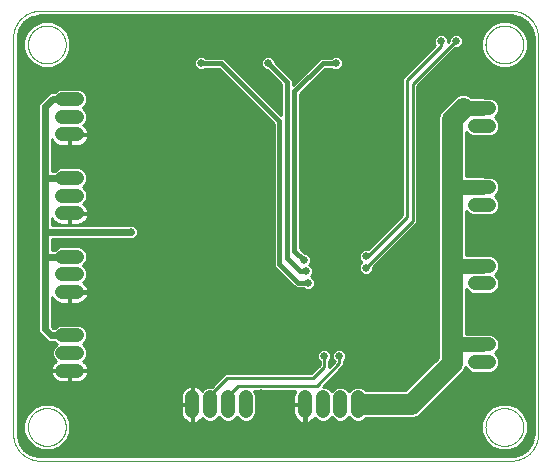
<source format=gbl>
G75*
%MOIN*%
%OFA0B0*%
%FSLAX25Y25*%
%IPPOS*%
%LPD*%
%AMOC8*
5,1,8,0,0,1.08239X$1,22.5*
%
%ADD10C,0.00000*%
%ADD11C,0.04756*%
%ADD12C,0.02500*%
%ADD13C,0.01000*%
%ADD14C,0.01600*%
%ADD15C,0.07000*%
%ADD16C,0.05000*%
%ADD17C,0.03200*%
%ADD18C,0.04000*%
%ADD19C,0.02400*%
D10*
X0079000Y0097500D02*
X0236000Y0097500D01*
X0236217Y0097503D01*
X0236435Y0097511D01*
X0236652Y0097524D01*
X0236869Y0097542D01*
X0237085Y0097566D01*
X0237300Y0097594D01*
X0237515Y0097628D01*
X0237729Y0097668D01*
X0237942Y0097712D01*
X0238154Y0097762D01*
X0238364Y0097816D01*
X0238574Y0097876D01*
X0238781Y0097940D01*
X0238987Y0098010D01*
X0239191Y0098085D01*
X0239394Y0098164D01*
X0239594Y0098249D01*
X0239793Y0098338D01*
X0239989Y0098432D01*
X0240183Y0098531D01*
X0240374Y0098634D01*
X0240563Y0098742D01*
X0240749Y0098855D01*
X0240932Y0098972D01*
X0241113Y0099093D01*
X0241290Y0099219D01*
X0241464Y0099349D01*
X0241636Y0099483D01*
X0241804Y0099621D01*
X0241968Y0099763D01*
X0242129Y0099910D01*
X0242287Y0100060D01*
X0242440Y0100213D01*
X0242590Y0100371D01*
X0242737Y0100532D01*
X0242879Y0100696D01*
X0243017Y0100864D01*
X0243151Y0101036D01*
X0243281Y0101210D01*
X0243407Y0101387D01*
X0243528Y0101568D01*
X0243645Y0101751D01*
X0243758Y0101937D01*
X0243866Y0102126D01*
X0243969Y0102317D01*
X0244068Y0102511D01*
X0244162Y0102707D01*
X0244251Y0102906D01*
X0244336Y0103106D01*
X0244415Y0103309D01*
X0244490Y0103513D01*
X0244560Y0103719D01*
X0244624Y0103926D01*
X0244684Y0104136D01*
X0244738Y0104346D01*
X0244788Y0104558D01*
X0244832Y0104771D01*
X0244872Y0104985D01*
X0244906Y0105200D01*
X0244934Y0105415D01*
X0244958Y0105631D01*
X0244976Y0105848D01*
X0244989Y0106065D01*
X0244997Y0106283D01*
X0245000Y0106500D01*
X0245000Y0238500D01*
X0244997Y0238717D01*
X0244989Y0238935D01*
X0244976Y0239152D01*
X0244958Y0239369D01*
X0244934Y0239585D01*
X0244906Y0239800D01*
X0244872Y0240015D01*
X0244832Y0240229D01*
X0244788Y0240442D01*
X0244738Y0240654D01*
X0244684Y0240864D01*
X0244624Y0241074D01*
X0244560Y0241281D01*
X0244490Y0241487D01*
X0244415Y0241691D01*
X0244336Y0241894D01*
X0244251Y0242094D01*
X0244162Y0242293D01*
X0244068Y0242489D01*
X0243969Y0242683D01*
X0243866Y0242874D01*
X0243758Y0243063D01*
X0243645Y0243249D01*
X0243528Y0243432D01*
X0243407Y0243613D01*
X0243281Y0243790D01*
X0243151Y0243964D01*
X0243017Y0244136D01*
X0242879Y0244304D01*
X0242737Y0244468D01*
X0242590Y0244629D01*
X0242440Y0244787D01*
X0242287Y0244940D01*
X0242129Y0245090D01*
X0241968Y0245237D01*
X0241804Y0245379D01*
X0241636Y0245517D01*
X0241464Y0245651D01*
X0241290Y0245781D01*
X0241113Y0245907D01*
X0240932Y0246028D01*
X0240749Y0246145D01*
X0240563Y0246258D01*
X0240374Y0246366D01*
X0240183Y0246469D01*
X0239989Y0246568D01*
X0239793Y0246662D01*
X0239594Y0246751D01*
X0239394Y0246836D01*
X0239191Y0246915D01*
X0238987Y0246990D01*
X0238781Y0247060D01*
X0238574Y0247124D01*
X0238364Y0247184D01*
X0238154Y0247238D01*
X0237942Y0247288D01*
X0237729Y0247332D01*
X0237515Y0247372D01*
X0237300Y0247406D01*
X0237085Y0247434D01*
X0236869Y0247458D01*
X0236652Y0247476D01*
X0236435Y0247489D01*
X0236217Y0247497D01*
X0236000Y0247500D01*
X0079000Y0247500D01*
X0078783Y0247497D01*
X0078565Y0247489D01*
X0078348Y0247476D01*
X0078131Y0247458D01*
X0077915Y0247434D01*
X0077700Y0247406D01*
X0077485Y0247372D01*
X0077271Y0247332D01*
X0077058Y0247288D01*
X0076846Y0247238D01*
X0076636Y0247184D01*
X0076426Y0247124D01*
X0076219Y0247060D01*
X0076013Y0246990D01*
X0075809Y0246915D01*
X0075606Y0246836D01*
X0075406Y0246751D01*
X0075207Y0246662D01*
X0075011Y0246568D01*
X0074817Y0246469D01*
X0074626Y0246366D01*
X0074437Y0246258D01*
X0074251Y0246145D01*
X0074068Y0246028D01*
X0073887Y0245907D01*
X0073710Y0245781D01*
X0073536Y0245651D01*
X0073364Y0245517D01*
X0073196Y0245379D01*
X0073032Y0245237D01*
X0072871Y0245090D01*
X0072713Y0244940D01*
X0072560Y0244787D01*
X0072410Y0244629D01*
X0072263Y0244468D01*
X0072121Y0244304D01*
X0071983Y0244136D01*
X0071849Y0243964D01*
X0071719Y0243790D01*
X0071593Y0243613D01*
X0071472Y0243432D01*
X0071355Y0243249D01*
X0071242Y0243063D01*
X0071134Y0242874D01*
X0071031Y0242683D01*
X0070932Y0242489D01*
X0070838Y0242293D01*
X0070749Y0242094D01*
X0070664Y0241894D01*
X0070585Y0241691D01*
X0070510Y0241487D01*
X0070440Y0241281D01*
X0070376Y0241074D01*
X0070316Y0240864D01*
X0070262Y0240654D01*
X0070212Y0240442D01*
X0070168Y0240229D01*
X0070128Y0240015D01*
X0070094Y0239800D01*
X0070066Y0239585D01*
X0070042Y0239369D01*
X0070024Y0239152D01*
X0070011Y0238935D01*
X0070003Y0238717D01*
X0070000Y0238500D01*
X0070000Y0106500D01*
X0070003Y0106283D01*
X0070011Y0106065D01*
X0070024Y0105848D01*
X0070042Y0105631D01*
X0070066Y0105415D01*
X0070094Y0105200D01*
X0070128Y0104985D01*
X0070168Y0104771D01*
X0070212Y0104558D01*
X0070262Y0104346D01*
X0070316Y0104136D01*
X0070376Y0103926D01*
X0070440Y0103719D01*
X0070510Y0103513D01*
X0070585Y0103309D01*
X0070664Y0103106D01*
X0070749Y0102906D01*
X0070838Y0102707D01*
X0070932Y0102511D01*
X0071031Y0102317D01*
X0071134Y0102126D01*
X0071242Y0101937D01*
X0071355Y0101751D01*
X0071472Y0101568D01*
X0071593Y0101387D01*
X0071719Y0101210D01*
X0071849Y0101036D01*
X0071983Y0100864D01*
X0072121Y0100696D01*
X0072263Y0100532D01*
X0072410Y0100371D01*
X0072560Y0100213D01*
X0072713Y0100060D01*
X0072871Y0099910D01*
X0073032Y0099763D01*
X0073196Y0099621D01*
X0073364Y0099483D01*
X0073536Y0099349D01*
X0073710Y0099219D01*
X0073887Y0099093D01*
X0074068Y0098972D01*
X0074251Y0098855D01*
X0074437Y0098742D01*
X0074626Y0098634D01*
X0074817Y0098531D01*
X0075011Y0098432D01*
X0075207Y0098338D01*
X0075406Y0098249D01*
X0075606Y0098164D01*
X0075809Y0098085D01*
X0076013Y0098010D01*
X0076219Y0097940D01*
X0076426Y0097876D01*
X0076636Y0097816D01*
X0076846Y0097762D01*
X0077058Y0097712D01*
X0077271Y0097668D01*
X0077485Y0097628D01*
X0077700Y0097594D01*
X0077915Y0097566D01*
X0078131Y0097542D01*
X0078348Y0097524D01*
X0078565Y0097511D01*
X0078783Y0097503D01*
X0079000Y0097500D01*
X0074951Y0108750D02*
X0074953Y0108908D01*
X0074959Y0109066D01*
X0074969Y0109224D01*
X0074983Y0109382D01*
X0075001Y0109539D01*
X0075022Y0109696D01*
X0075048Y0109852D01*
X0075078Y0110008D01*
X0075111Y0110163D01*
X0075149Y0110316D01*
X0075190Y0110469D01*
X0075235Y0110621D01*
X0075284Y0110772D01*
X0075337Y0110921D01*
X0075393Y0111069D01*
X0075453Y0111215D01*
X0075517Y0111360D01*
X0075585Y0111503D01*
X0075656Y0111645D01*
X0075730Y0111785D01*
X0075808Y0111922D01*
X0075890Y0112058D01*
X0075974Y0112192D01*
X0076063Y0112323D01*
X0076154Y0112452D01*
X0076249Y0112579D01*
X0076346Y0112704D01*
X0076447Y0112826D01*
X0076551Y0112945D01*
X0076658Y0113062D01*
X0076768Y0113176D01*
X0076881Y0113287D01*
X0076996Y0113396D01*
X0077114Y0113501D01*
X0077235Y0113603D01*
X0077358Y0113703D01*
X0077484Y0113799D01*
X0077612Y0113892D01*
X0077742Y0113982D01*
X0077875Y0114068D01*
X0078010Y0114152D01*
X0078146Y0114231D01*
X0078285Y0114308D01*
X0078426Y0114380D01*
X0078568Y0114450D01*
X0078712Y0114515D01*
X0078858Y0114577D01*
X0079005Y0114635D01*
X0079154Y0114690D01*
X0079304Y0114741D01*
X0079455Y0114788D01*
X0079607Y0114831D01*
X0079760Y0114870D01*
X0079915Y0114906D01*
X0080070Y0114937D01*
X0080226Y0114965D01*
X0080382Y0114989D01*
X0080539Y0115009D01*
X0080697Y0115025D01*
X0080854Y0115037D01*
X0081013Y0115045D01*
X0081171Y0115049D01*
X0081329Y0115049D01*
X0081487Y0115045D01*
X0081646Y0115037D01*
X0081803Y0115025D01*
X0081961Y0115009D01*
X0082118Y0114989D01*
X0082274Y0114965D01*
X0082430Y0114937D01*
X0082585Y0114906D01*
X0082740Y0114870D01*
X0082893Y0114831D01*
X0083045Y0114788D01*
X0083196Y0114741D01*
X0083346Y0114690D01*
X0083495Y0114635D01*
X0083642Y0114577D01*
X0083788Y0114515D01*
X0083932Y0114450D01*
X0084074Y0114380D01*
X0084215Y0114308D01*
X0084354Y0114231D01*
X0084490Y0114152D01*
X0084625Y0114068D01*
X0084758Y0113982D01*
X0084888Y0113892D01*
X0085016Y0113799D01*
X0085142Y0113703D01*
X0085265Y0113603D01*
X0085386Y0113501D01*
X0085504Y0113396D01*
X0085619Y0113287D01*
X0085732Y0113176D01*
X0085842Y0113062D01*
X0085949Y0112945D01*
X0086053Y0112826D01*
X0086154Y0112704D01*
X0086251Y0112579D01*
X0086346Y0112452D01*
X0086437Y0112323D01*
X0086526Y0112192D01*
X0086610Y0112058D01*
X0086692Y0111922D01*
X0086770Y0111785D01*
X0086844Y0111645D01*
X0086915Y0111503D01*
X0086983Y0111360D01*
X0087047Y0111215D01*
X0087107Y0111069D01*
X0087163Y0110921D01*
X0087216Y0110772D01*
X0087265Y0110621D01*
X0087310Y0110469D01*
X0087351Y0110316D01*
X0087389Y0110163D01*
X0087422Y0110008D01*
X0087452Y0109852D01*
X0087478Y0109696D01*
X0087499Y0109539D01*
X0087517Y0109382D01*
X0087531Y0109224D01*
X0087541Y0109066D01*
X0087547Y0108908D01*
X0087549Y0108750D01*
X0087547Y0108592D01*
X0087541Y0108434D01*
X0087531Y0108276D01*
X0087517Y0108118D01*
X0087499Y0107961D01*
X0087478Y0107804D01*
X0087452Y0107648D01*
X0087422Y0107492D01*
X0087389Y0107337D01*
X0087351Y0107184D01*
X0087310Y0107031D01*
X0087265Y0106879D01*
X0087216Y0106728D01*
X0087163Y0106579D01*
X0087107Y0106431D01*
X0087047Y0106285D01*
X0086983Y0106140D01*
X0086915Y0105997D01*
X0086844Y0105855D01*
X0086770Y0105715D01*
X0086692Y0105578D01*
X0086610Y0105442D01*
X0086526Y0105308D01*
X0086437Y0105177D01*
X0086346Y0105048D01*
X0086251Y0104921D01*
X0086154Y0104796D01*
X0086053Y0104674D01*
X0085949Y0104555D01*
X0085842Y0104438D01*
X0085732Y0104324D01*
X0085619Y0104213D01*
X0085504Y0104104D01*
X0085386Y0103999D01*
X0085265Y0103897D01*
X0085142Y0103797D01*
X0085016Y0103701D01*
X0084888Y0103608D01*
X0084758Y0103518D01*
X0084625Y0103432D01*
X0084490Y0103348D01*
X0084354Y0103269D01*
X0084215Y0103192D01*
X0084074Y0103120D01*
X0083932Y0103050D01*
X0083788Y0102985D01*
X0083642Y0102923D01*
X0083495Y0102865D01*
X0083346Y0102810D01*
X0083196Y0102759D01*
X0083045Y0102712D01*
X0082893Y0102669D01*
X0082740Y0102630D01*
X0082585Y0102594D01*
X0082430Y0102563D01*
X0082274Y0102535D01*
X0082118Y0102511D01*
X0081961Y0102491D01*
X0081803Y0102475D01*
X0081646Y0102463D01*
X0081487Y0102455D01*
X0081329Y0102451D01*
X0081171Y0102451D01*
X0081013Y0102455D01*
X0080854Y0102463D01*
X0080697Y0102475D01*
X0080539Y0102491D01*
X0080382Y0102511D01*
X0080226Y0102535D01*
X0080070Y0102563D01*
X0079915Y0102594D01*
X0079760Y0102630D01*
X0079607Y0102669D01*
X0079455Y0102712D01*
X0079304Y0102759D01*
X0079154Y0102810D01*
X0079005Y0102865D01*
X0078858Y0102923D01*
X0078712Y0102985D01*
X0078568Y0103050D01*
X0078426Y0103120D01*
X0078285Y0103192D01*
X0078146Y0103269D01*
X0078010Y0103348D01*
X0077875Y0103432D01*
X0077742Y0103518D01*
X0077612Y0103608D01*
X0077484Y0103701D01*
X0077358Y0103797D01*
X0077235Y0103897D01*
X0077114Y0103999D01*
X0076996Y0104104D01*
X0076881Y0104213D01*
X0076768Y0104324D01*
X0076658Y0104438D01*
X0076551Y0104555D01*
X0076447Y0104674D01*
X0076346Y0104796D01*
X0076249Y0104921D01*
X0076154Y0105048D01*
X0076063Y0105177D01*
X0075974Y0105308D01*
X0075890Y0105442D01*
X0075808Y0105578D01*
X0075730Y0105715D01*
X0075656Y0105855D01*
X0075585Y0105997D01*
X0075517Y0106140D01*
X0075453Y0106285D01*
X0075393Y0106431D01*
X0075337Y0106579D01*
X0075284Y0106728D01*
X0075235Y0106879D01*
X0075190Y0107031D01*
X0075149Y0107184D01*
X0075111Y0107337D01*
X0075078Y0107492D01*
X0075048Y0107648D01*
X0075022Y0107804D01*
X0075001Y0107961D01*
X0074983Y0108118D01*
X0074969Y0108276D01*
X0074959Y0108434D01*
X0074953Y0108592D01*
X0074951Y0108750D01*
X0074951Y0236250D02*
X0074953Y0236408D01*
X0074959Y0236566D01*
X0074969Y0236724D01*
X0074983Y0236882D01*
X0075001Y0237039D01*
X0075022Y0237196D01*
X0075048Y0237352D01*
X0075078Y0237508D01*
X0075111Y0237663D01*
X0075149Y0237816D01*
X0075190Y0237969D01*
X0075235Y0238121D01*
X0075284Y0238272D01*
X0075337Y0238421D01*
X0075393Y0238569D01*
X0075453Y0238715D01*
X0075517Y0238860D01*
X0075585Y0239003D01*
X0075656Y0239145D01*
X0075730Y0239285D01*
X0075808Y0239422D01*
X0075890Y0239558D01*
X0075974Y0239692D01*
X0076063Y0239823D01*
X0076154Y0239952D01*
X0076249Y0240079D01*
X0076346Y0240204D01*
X0076447Y0240326D01*
X0076551Y0240445D01*
X0076658Y0240562D01*
X0076768Y0240676D01*
X0076881Y0240787D01*
X0076996Y0240896D01*
X0077114Y0241001D01*
X0077235Y0241103D01*
X0077358Y0241203D01*
X0077484Y0241299D01*
X0077612Y0241392D01*
X0077742Y0241482D01*
X0077875Y0241568D01*
X0078010Y0241652D01*
X0078146Y0241731D01*
X0078285Y0241808D01*
X0078426Y0241880D01*
X0078568Y0241950D01*
X0078712Y0242015D01*
X0078858Y0242077D01*
X0079005Y0242135D01*
X0079154Y0242190D01*
X0079304Y0242241D01*
X0079455Y0242288D01*
X0079607Y0242331D01*
X0079760Y0242370D01*
X0079915Y0242406D01*
X0080070Y0242437D01*
X0080226Y0242465D01*
X0080382Y0242489D01*
X0080539Y0242509D01*
X0080697Y0242525D01*
X0080854Y0242537D01*
X0081013Y0242545D01*
X0081171Y0242549D01*
X0081329Y0242549D01*
X0081487Y0242545D01*
X0081646Y0242537D01*
X0081803Y0242525D01*
X0081961Y0242509D01*
X0082118Y0242489D01*
X0082274Y0242465D01*
X0082430Y0242437D01*
X0082585Y0242406D01*
X0082740Y0242370D01*
X0082893Y0242331D01*
X0083045Y0242288D01*
X0083196Y0242241D01*
X0083346Y0242190D01*
X0083495Y0242135D01*
X0083642Y0242077D01*
X0083788Y0242015D01*
X0083932Y0241950D01*
X0084074Y0241880D01*
X0084215Y0241808D01*
X0084354Y0241731D01*
X0084490Y0241652D01*
X0084625Y0241568D01*
X0084758Y0241482D01*
X0084888Y0241392D01*
X0085016Y0241299D01*
X0085142Y0241203D01*
X0085265Y0241103D01*
X0085386Y0241001D01*
X0085504Y0240896D01*
X0085619Y0240787D01*
X0085732Y0240676D01*
X0085842Y0240562D01*
X0085949Y0240445D01*
X0086053Y0240326D01*
X0086154Y0240204D01*
X0086251Y0240079D01*
X0086346Y0239952D01*
X0086437Y0239823D01*
X0086526Y0239692D01*
X0086610Y0239558D01*
X0086692Y0239422D01*
X0086770Y0239285D01*
X0086844Y0239145D01*
X0086915Y0239003D01*
X0086983Y0238860D01*
X0087047Y0238715D01*
X0087107Y0238569D01*
X0087163Y0238421D01*
X0087216Y0238272D01*
X0087265Y0238121D01*
X0087310Y0237969D01*
X0087351Y0237816D01*
X0087389Y0237663D01*
X0087422Y0237508D01*
X0087452Y0237352D01*
X0087478Y0237196D01*
X0087499Y0237039D01*
X0087517Y0236882D01*
X0087531Y0236724D01*
X0087541Y0236566D01*
X0087547Y0236408D01*
X0087549Y0236250D01*
X0087547Y0236092D01*
X0087541Y0235934D01*
X0087531Y0235776D01*
X0087517Y0235618D01*
X0087499Y0235461D01*
X0087478Y0235304D01*
X0087452Y0235148D01*
X0087422Y0234992D01*
X0087389Y0234837D01*
X0087351Y0234684D01*
X0087310Y0234531D01*
X0087265Y0234379D01*
X0087216Y0234228D01*
X0087163Y0234079D01*
X0087107Y0233931D01*
X0087047Y0233785D01*
X0086983Y0233640D01*
X0086915Y0233497D01*
X0086844Y0233355D01*
X0086770Y0233215D01*
X0086692Y0233078D01*
X0086610Y0232942D01*
X0086526Y0232808D01*
X0086437Y0232677D01*
X0086346Y0232548D01*
X0086251Y0232421D01*
X0086154Y0232296D01*
X0086053Y0232174D01*
X0085949Y0232055D01*
X0085842Y0231938D01*
X0085732Y0231824D01*
X0085619Y0231713D01*
X0085504Y0231604D01*
X0085386Y0231499D01*
X0085265Y0231397D01*
X0085142Y0231297D01*
X0085016Y0231201D01*
X0084888Y0231108D01*
X0084758Y0231018D01*
X0084625Y0230932D01*
X0084490Y0230848D01*
X0084354Y0230769D01*
X0084215Y0230692D01*
X0084074Y0230620D01*
X0083932Y0230550D01*
X0083788Y0230485D01*
X0083642Y0230423D01*
X0083495Y0230365D01*
X0083346Y0230310D01*
X0083196Y0230259D01*
X0083045Y0230212D01*
X0082893Y0230169D01*
X0082740Y0230130D01*
X0082585Y0230094D01*
X0082430Y0230063D01*
X0082274Y0230035D01*
X0082118Y0230011D01*
X0081961Y0229991D01*
X0081803Y0229975D01*
X0081646Y0229963D01*
X0081487Y0229955D01*
X0081329Y0229951D01*
X0081171Y0229951D01*
X0081013Y0229955D01*
X0080854Y0229963D01*
X0080697Y0229975D01*
X0080539Y0229991D01*
X0080382Y0230011D01*
X0080226Y0230035D01*
X0080070Y0230063D01*
X0079915Y0230094D01*
X0079760Y0230130D01*
X0079607Y0230169D01*
X0079455Y0230212D01*
X0079304Y0230259D01*
X0079154Y0230310D01*
X0079005Y0230365D01*
X0078858Y0230423D01*
X0078712Y0230485D01*
X0078568Y0230550D01*
X0078426Y0230620D01*
X0078285Y0230692D01*
X0078146Y0230769D01*
X0078010Y0230848D01*
X0077875Y0230932D01*
X0077742Y0231018D01*
X0077612Y0231108D01*
X0077484Y0231201D01*
X0077358Y0231297D01*
X0077235Y0231397D01*
X0077114Y0231499D01*
X0076996Y0231604D01*
X0076881Y0231713D01*
X0076768Y0231824D01*
X0076658Y0231938D01*
X0076551Y0232055D01*
X0076447Y0232174D01*
X0076346Y0232296D01*
X0076249Y0232421D01*
X0076154Y0232548D01*
X0076063Y0232677D01*
X0075974Y0232808D01*
X0075890Y0232942D01*
X0075808Y0233078D01*
X0075730Y0233215D01*
X0075656Y0233355D01*
X0075585Y0233497D01*
X0075517Y0233640D01*
X0075453Y0233785D01*
X0075393Y0233931D01*
X0075337Y0234079D01*
X0075284Y0234228D01*
X0075235Y0234379D01*
X0075190Y0234531D01*
X0075149Y0234684D01*
X0075111Y0234837D01*
X0075078Y0234992D01*
X0075048Y0235148D01*
X0075022Y0235304D01*
X0075001Y0235461D01*
X0074983Y0235618D01*
X0074969Y0235776D01*
X0074959Y0235934D01*
X0074953Y0236092D01*
X0074951Y0236250D01*
X0227451Y0236250D02*
X0227453Y0236408D01*
X0227459Y0236566D01*
X0227469Y0236724D01*
X0227483Y0236882D01*
X0227501Y0237039D01*
X0227522Y0237196D01*
X0227548Y0237352D01*
X0227578Y0237508D01*
X0227611Y0237663D01*
X0227649Y0237816D01*
X0227690Y0237969D01*
X0227735Y0238121D01*
X0227784Y0238272D01*
X0227837Y0238421D01*
X0227893Y0238569D01*
X0227953Y0238715D01*
X0228017Y0238860D01*
X0228085Y0239003D01*
X0228156Y0239145D01*
X0228230Y0239285D01*
X0228308Y0239422D01*
X0228390Y0239558D01*
X0228474Y0239692D01*
X0228563Y0239823D01*
X0228654Y0239952D01*
X0228749Y0240079D01*
X0228846Y0240204D01*
X0228947Y0240326D01*
X0229051Y0240445D01*
X0229158Y0240562D01*
X0229268Y0240676D01*
X0229381Y0240787D01*
X0229496Y0240896D01*
X0229614Y0241001D01*
X0229735Y0241103D01*
X0229858Y0241203D01*
X0229984Y0241299D01*
X0230112Y0241392D01*
X0230242Y0241482D01*
X0230375Y0241568D01*
X0230510Y0241652D01*
X0230646Y0241731D01*
X0230785Y0241808D01*
X0230926Y0241880D01*
X0231068Y0241950D01*
X0231212Y0242015D01*
X0231358Y0242077D01*
X0231505Y0242135D01*
X0231654Y0242190D01*
X0231804Y0242241D01*
X0231955Y0242288D01*
X0232107Y0242331D01*
X0232260Y0242370D01*
X0232415Y0242406D01*
X0232570Y0242437D01*
X0232726Y0242465D01*
X0232882Y0242489D01*
X0233039Y0242509D01*
X0233197Y0242525D01*
X0233354Y0242537D01*
X0233513Y0242545D01*
X0233671Y0242549D01*
X0233829Y0242549D01*
X0233987Y0242545D01*
X0234146Y0242537D01*
X0234303Y0242525D01*
X0234461Y0242509D01*
X0234618Y0242489D01*
X0234774Y0242465D01*
X0234930Y0242437D01*
X0235085Y0242406D01*
X0235240Y0242370D01*
X0235393Y0242331D01*
X0235545Y0242288D01*
X0235696Y0242241D01*
X0235846Y0242190D01*
X0235995Y0242135D01*
X0236142Y0242077D01*
X0236288Y0242015D01*
X0236432Y0241950D01*
X0236574Y0241880D01*
X0236715Y0241808D01*
X0236854Y0241731D01*
X0236990Y0241652D01*
X0237125Y0241568D01*
X0237258Y0241482D01*
X0237388Y0241392D01*
X0237516Y0241299D01*
X0237642Y0241203D01*
X0237765Y0241103D01*
X0237886Y0241001D01*
X0238004Y0240896D01*
X0238119Y0240787D01*
X0238232Y0240676D01*
X0238342Y0240562D01*
X0238449Y0240445D01*
X0238553Y0240326D01*
X0238654Y0240204D01*
X0238751Y0240079D01*
X0238846Y0239952D01*
X0238937Y0239823D01*
X0239026Y0239692D01*
X0239110Y0239558D01*
X0239192Y0239422D01*
X0239270Y0239285D01*
X0239344Y0239145D01*
X0239415Y0239003D01*
X0239483Y0238860D01*
X0239547Y0238715D01*
X0239607Y0238569D01*
X0239663Y0238421D01*
X0239716Y0238272D01*
X0239765Y0238121D01*
X0239810Y0237969D01*
X0239851Y0237816D01*
X0239889Y0237663D01*
X0239922Y0237508D01*
X0239952Y0237352D01*
X0239978Y0237196D01*
X0239999Y0237039D01*
X0240017Y0236882D01*
X0240031Y0236724D01*
X0240041Y0236566D01*
X0240047Y0236408D01*
X0240049Y0236250D01*
X0240047Y0236092D01*
X0240041Y0235934D01*
X0240031Y0235776D01*
X0240017Y0235618D01*
X0239999Y0235461D01*
X0239978Y0235304D01*
X0239952Y0235148D01*
X0239922Y0234992D01*
X0239889Y0234837D01*
X0239851Y0234684D01*
X0239810Y0234531D01*
X0239765Y0234379D01*
X0239716Y0234228D01*
X0239663Y0234079D01*
X0239607Y0233931D01*
X0239547Y0233785D01*
X0239483Y0233640D01*
X0239415Y0233497D01*
X0239344Y0233355D01*
X0239270Y0233215D01*
X0239192Y0233078D01*
X0239110Y0232942D01*
X0239026Y0232808D01*
X0238937Y0232677D01*
X0238846Y0232548D01*
X0238751Y0232421D01*
X0238654Y0232296D01*
X0238553Y0232174D01*
X0238449Y0232055D01*
X0238342Y0231938D01*
X0238232Y0231824D01*
X0238119Y0231713D01*
X0238004Y0231604D01*
X0237886Y0231499D01*
X0237765Y0231397D01*
X0237642Y0231297D01*
X0237516Y0231201D01*
X0237388Y0231108D01*
X0237258Y0231018D01*
X0237125Y0230932D01*
X0236990Y0230848D01*
X0236854Y0230769D01*
X0236715Y0230692D01*
X0236574Y0230620D01*
X0236432Y0230550D01*
X0236288Y0230485D01*
X0236142Y0230423D01*
X0235995Y0230365D01*
X0235846Y0230310D01*
X0235696Y0230259D01*
X0235545Y0230212D01*
X0235393Y0230169D01*
X0235240Y0230130D01*
X0235085Y0230094D01*
X0234930Y0230063D01*
X0234774Y0230035D01*
X0234618Y0230011D01*
X0234461Y0229991D01*
X0234303Y0229975D01*
X0234146Y0229963D01*
X0233987Y0229955D01*
X0233829Y0229951D01*
X0233671Y0229951D01*
X0233513Y0229955D01*
X0233354Y0229963D01*
X0233197Y0229975D01*
X0233039Y0229991D01*
X0232882Y0230011D01*
X0232726Y0230035D01*
X0232570Y0230063D01*
X0232415Y0230094D01*
X0232260Y0230130D01*
X0232107Y0230169D01*
X0231955Y0230212D01*
X0231804Y0230259D01*
X0231654Y0230310D01*
X0231505Y0230365D01*
X0231358Y0230423D01*
X0231212Y0230485D01*
X0231068Y0230550D01*
X0230926Y0230620D01*
X0230785Y0230692D01*
X0230646Y0230769D01*
X0230510Y0230848D01*
X0230375Y0230932D01*
X0230242Y0231018D01*
X0230112Y0231108D01*
X0229984Y0231201D01*
X0229858Y0231297D01*
X0229735Y0231397D01*
X0229614Y0231499D01*
X0229496Y0231604D01*
X0229381Y0231713D01*
X0229268Y0231824D01*
X0229158Y0231938D01*
X0229051Y0232055D01*
X0228947Y0232174D01*
X0228846Y0232296D01*
X0228749Y0232421D01*
X0228654Y0232548D01*
X0228563Y0232677D01*
X0228474Y0232808D01*
X0228390Y0232942D01*
X0228308Y0233078D01*
X0228230Y0233215D01*
X0228156Y0233355D01*
X0228085Y0233497D01*
X0228017Y0233640D01*
X0227953Y0233785D01*
X0227893Y0233931D01*
X0227837Y0234079D01*
X0227784Y0234228D01*
X0227735Y0234379D01*
X0227690Y0234531D01*
X0227649Y0234684D01*
X0227611Y0234837D01*
X0227578Y0234992D01*
X0227548Y0235148D01*
X0227522Y0235304D01*
X0227501Y0235461D01*
X0227483Y0235618D01*
X0227469Y0235776D01*
X0227459Y0235934D01*
X0227453Y0236092D01*
X0227451Y0236250D01*
X0227451Y0108750D02*
X0227453Y0108908D01*
X0227459Y0109066D01*
X0227469Y0109224D01*
X0227483Y0109382D01*
X0227501Y0109539D01*
X0227522Y0109696D01*
X0227548Y0109852D01*
X0227578Y0110008D01*
X0227611Y0110163D01*
X0227649Y0110316D01*
X0227690Y0110469D01*
X0227735Y0110621D01*
X0227784Y0110772D01*
X0227837Y0110921D01*
X0227893Y0111069D01*
X0227953Y0111215D01*
X0228017Y0111360D01*
X0228085Y0111503D01*
X0228156Y0111645D01*
X0228230Y0111785D01*
X0228308Y0111922D01*
X0228390Y0112058D01*
X0228474Y0112192D01*
X0228563Y0112323D01*
X0228654Y0112452D01*
X0228749Y0112579D01*
X0228846Y0112704D01*
X0228947Y0112826D01*
X0229051Y0112945D01*
X0229158Y0113062D01*
X0229268Y0113176D01*
X0229381Y0113287D01*
X0229496Y0113396D01*
X0229614Y0113501D01*
X0229735Y0113603D01*
X0229858Y0113703D01*
X0229984Y0113799D01*
X0230112Y0113892D01*
X0230242Y0113982D01*
X0230375Y0114068D01*
X0230510Y0114152D01*
X0230646Y0114231D01*
X0230785Y0114308D01*
X0230926Y0114380D01*
X0231068Y0114450D01*
X0231212Y0114515D01*
X0231358Y0114577D01*
X0231505Y0114635D01*
X0231654Y0114690D01*
X0231804Y0114741D01*
X0231955Y0114788D01*
X0232107Y0114831D01*
X0232260Y0114870D01*
X0232415Y0114906D01*
X0232570Y0114937D01*
X0232726Y0114965D01*
X0232882Y0114989D01*
X0233039Y0115009D01*
X0233197Y0115025D01*
X0233354Y0115037D01*
X0233513Y0115045D01*
X0233671Y0115049D01*
X0233829Y0115049D01*
X0233987Y0115045D01*
X0234146Y0115037D01*
X0234303Y0115025D01*
X0234461Y0115009D01*
X0234618Y0114989D01*
X0234774Y0114965D01*
X0234930Y0114937D01*
X0235085Y0114906D01*
X0235240Y0114870D01*
X0235393Y0114831D01*
X0235545Y0114788D01*
X0235696Y0114741D01*
X0235846Y0114690D01*
X0235995Y0114635D01*
X0236142Y0114577D01*
X0236288Y0114515D01*
X0236432Y0114450D01*
X0236574Y0114380D01*
X0236715Y0114308D01*
X0236854Y0114231D01*
X0236990Y0114152D01*
X0237125Y0114068D01*
X0237258Y0113982D01*
X0237388Y0113892D01*
X0237516Y0113799D01*
X0237642Y0113703D01*
X0237765Y0113603D01*
X0237886Y0113501D01*
X0238004Y0113396D01*
X0238119Y0113287D01*
X0238232Y0113176D01*
X0238342Y0113062D01*
X0238449Y0112945D01*
X0238553Y0112826D01*
X0238654Y0112704D01*
X0238751Y0112579D01*
X0238846Y0112452D01*
X0238937Y0112323D01*
X0239026Y0112192D01*
X0239110Y0112058D01*
X0239192Y0111922D01*
X0239270Y0111785D01*
X0239344Y0111645D01*
X0239415Y0111503D01*
X0239483Y0111360D01*
X0239547Y0111215D01*
X0239607Y0111069D01*
X0239663Y0110921D01*
X0239716Y0110772D01*
X0239765Y0110621D01*
X0239810Y0110469D01*
X0239851Y0110316D01*
X0239889Y0110163D01*
X0239922Y0110008D01*
X0239952Y0109852D01*
X0239978Y0109696D01*
X0239999Y0109539D01*
X0240017Y0109382D01*
X0240031Y0109224D01*
X0240041Y0109066D01*
X0240047Y0108908D01*
X0240049Y0108750D01*
X0240047Y0108592D01*
X0240041Y0108434D01*
X0240031Y0108276D01*
X0240017Y0108118D01*
X0239999Y0107961D01*
X0239978Y0107804D01*
X0239952Y0107648D01*
X0239922Y0107492D01*
X0239889Y0107337D01*
X0239851Y0107184D01*
X0239810Y0107031D01*
X0239765Y0106879D01*
X0239716Y0106728D01*
X0239663Y0106579D01*
X0239607Y0106431D01*
X0239547Y0106285D01*
X0239483Y0106140D01*
X0239415Y0105997D01*
X0239344Y0105855D01*
X0239270Y0105715D01*
X0239192Y0105578D01*
X0239110Y0105442D01*
X0239026Y0105308D01*
X0238937Y0105177D01*
X0238846Y0105048D01*
X0238751Y0104921D01*
X0238654Y0104796D01*
X0238553Y0104674D01*
X0238449Y0104555D01*
X0238342Y0104438D01*
X0238232Y0104324D01*
X0238119Y0104213D01*
X0238004Y0104104D01*
X0237886Y0103999D01*
X0237765Y0103897D01*
X0237642Y0103797D01*
X0237516Y0103701D01*
X0237388Y0103608D01*
X0237258Y0103518D01*
X0237125Y0103432D01*
X0236990Y0103348D01*
X0236854Y0103269D01*
X0236715Y0103192D01*
X0236574Y0103120D01*
X0236432Y0103050D01*
X0236288Y0102985D01*
X0236142Y0102923D01*
X0235995Y0102865D01*
X0235846Y0102810D01*
X0235696Y0102759D01*
X0235545Y0102712D01*
X0235393Y0102669D01*
X0235240Y0102630D01*
X0235085Y0102594D01*
X0234930Y0102563D01*
X0234774Y0102535D01*
X0234618Y0102511D01*
X0234461Y0102491D01*
X0234303Y0102475D01*
X0234146Y0102463D01*
X0233987Y0102455D01*
X0233829Y0102451D01*
X0233671Y0102451D01*
X0233513Y0102455D01*
X0233354Y0102463D01*
X0233197Y0102475D01*
X0233039Y0102491D01*
X0232882Y0102511D01*
X0232726Y0102535D01*
X0232570Y0102563D01*
X0232415Y0102594D01*
X0232260Y0102630D01*
X0232107Y0102669D01*
X0231955Y0102712D01*
X0231804Y0102759D01*
X0231654Y0102810D01*
X0231505Y0102865D01*
X0231358Y0102923D01*
X0231212Y0102985D01*
X0231068Y0103050D01*
X0230926Y0103120D01*
X0230785Y0103192D01*
X0230646Y0103269D01*
X0230510Y0103348D01*
X0230375Y0103432D01*
X0230242Y0103518D01*
X0230112Y0103608D01*
X0229984Y0103701D01*
X0229858Y0103797D01*
X0229735Y0103897D01*
X0229614Y0103999D01*
X0229496Y0104104D01*
X0229381Y0104213D01*
X0229268Y0104324D01*
X0229158Y0104438D01*
X0229051Y0104555D01*
X0228947Y0104674D01*
X0228846Y0104796D01*
X0228749Y0104921D01*
X0228654Y0105048D01*
X0228563Y0105177D01*
X0228474Y0105308D01*
X0228390Y0105442D01*
X0228308Y0105578D01*
X0228230Y0105715D01*
X0228156Y0105855D01*
X0228085Y0105997D01*
X0228017Y0106140D01*
X0227953Y0106285D01*
X0227893Y0106431D01*
X0227837Y0106579D01*
X0227784Y0106728D01*
X0227735Y0106879D01*
X0227690Y0107031D01*
X0227649Y0107184D01*
X0227611Y0107337D01*
X0227578Y0107492D01*
X0227548Y0107648D01*
X0227522Y0107804D01*
X0227501Y0107961D01*
X0227483Y0108118D01*
X0227469Y0108276D01*
X0227459Y0108434D01*
X0227453Y0108592D01*
X0227451Y0108750D01*
D11*
X0228549Y0130344D02*
X0223793Y0130344D01*
X0223793Y0136250D02*
X0228549Y0136250D01*
X0228549Y0156594D02*
X0223793Y0156594D01*
X0223793Y0162500D02*
X0228549Y0162500D01*
X0228549Y0182844D02*
X0223793Y0182844D01*
X0223793Y0188750D02*
X0228549Y0188750D01*
X0228549Y0209094D02*
X0223793Y0209094D01*
X0223793Y0215000D02*
X0228549Y0215000D01*
X0185000Y0118707D02*
X0185000Y0113951D01*
X0179094Y0113951D02*
X0179094Y0118707D01*
X0173189Y0118707D02*
X0173189Y0113951D01*
X0167283Y0113951D02*
X0167283Y0118707D01*
X0147500Y0118707D02*
X0147500Y0113951D01*
X0141594Y0113951D02*
X0141594Y0118707D01*
X0135689Y0118707D02*
X0135689Y0113951D01*
X0129783Y0113951D02*
X0129783Y0118707D01*
X0091207Y0127500D02*
X0086451Y0127500D01*
X0086451Y0133406D02*
X0091207Y0133406D01*
X0091207Y0139311D02*
X0086451Y0139311D01*
X0086451Y0153750D02*
X0091207Y0153750D01*
X0091207Y0159656D02*
X0086451Y0159656D01*
X0086451Y0165561D02*
X0091207Y0165561D01*
X0091207Y0180000D02*
X0086451Y0180000D01*
X0086451Y0185906D02*
X0091207Y0185906D01*
X0091207Y0191811D02*
X0086451Y0191811D01*
X0086451Y0206250D02*
X0091207Y0206250D01*
X0091207Y0212156D02*
X0086451Y0212156D01*
X0086451Y0218061D02*
X0091207Y0218061D01*
D12*
X0102500Y0212500D03*
X0113750Y0212500D03*
X0113750Y0202500D03*
X0113750Y0192500D03*
X0113750Y0182500D03*
X0107500Y0178750D03*
X0109375Y0173750D03*
X0105000Y0170000D03*
X0121250Y0161250D03*
X0123750Y0158750D03*
X0128750Y0153750D03*
X0132500Y0153750D03*
X0136250Y0153750D03*
X0140000Y0153750D03*
X0143750Y0153750D03*
X0150000Y0146250D03*
X0153750Y0146250D03*
X0157500Y0146250D03*
X0168125Y0156875D03*
X0167500Y0160625D03*
X0166875Y0164375D03*
X0155000Y0175000D03*
X0153750Y0170000D03*
X0153750Y0162500D03*
X0150000Y0162500D03*
X0133750Y0170000D03*
X0127500Y0165000D03*
X0130000Y0178750D03*
X0147500Y0186250D03*
X0155000Y0192500D03*
X0148750Y0197500D03*
X0155000Y0203750D03*
X0151250Y0208750D03*
X0147500Y0208750D03*
X0148750Y0216250D03*
X0143750Y0221250D03*
X0138750Y0221250D03*
X0132500Y0230000D03*
X0127500Y0238750D03*
X0150000Y0238750D03*
X0155000Y0230000D03*
X0157500Y0222500D03*
X0163750Y0227500D03*
X0168750Y0221250D03*
X0172500Y0221250D03*
X0180000Y0223750D03*
X0177500Y0230000D03*
X0172500Y0238750D03*
X0187500Y0223750D03*
X0197500Y0221250D03*
X0210000Y0215000D03*
X0210000Y0210000D03*
X0210000Y0205000D03*
X0198750Y0202500D03*
X0197500Y0197500D03*
X0197500Y0191250D03*
X0186250Y0192500D03*
X0178750Y0192500D03*
X0168750Y0185000D03*
X0168750Y0176250D03*
X0186250Y0176250D03*
X0187500Y0165625D03*
X0187500Y0161875D03*
X0187500Y0157500D03*
X0178750Y0158750D03*
X0178750Y0142500D03*
X0183750Y0142500D03*
X0183750Y0132500D03*
X0178750Y0132500D03*
X0173750Y0132500D03*
X0172500Y0136250D03*
X0158750Y0131250D03*
X0152500Y0120000D03*
X0143750Y0130000D03*
X0137500Y0130000D03*
X0130000Y0137500D03*
X0122500Y0141250D03*
X0122500Y0145000D03*
X0122500Y0148750D03*
X0115000Y0135000D03*
X0118750Y0130000D03*
X0125000Y0130000D03*
X0137500Y0141250D03*
X0146250Y0141250D03*
X0146250Y0137500D03*
X0197500Y0167500D03*
X0210000Y0167500D03*
X0210000Y0171250D03*
X0210000Y0175000D03*
X0210000Y0178750D03*
X0206250Y0183750D03*
X0222500Y0178750D03*
X0222500Y0175000D03*
X0222500Y0171250D03*
X0230000Y0171250D03*
X0222500Y0152500D03*
X0222500Y0148750D03*
X0222500Y0143750D03*
X0225000Y0141250D03*
X0227500Y0143750D03*
X0230000Y0141250D03*
X0210000Y0152500D03*
X0210000Y0157500D03*
X0210000Y0162500D03*
X0225000Y0193750D03*
X0222500Y0196250D03*
X0222500Y0201250D03*
X0222500Y0205000D03*
X0227500Y0196250D03*
X0230000Y0193750D03*
X0211250Y0222500D03*
X0212500Y0237500D03*
X0207500Y0237500D03*
X0217500Y0237500D03*
X0191250Y0202500D03*
X0157500Y0216250D03*
X0101250Y0198750D03*
X0095000Y0195000D03*
D13*
X0075595Y0099817D02*
X0077827Y0099092D01*
X0079000Y0099000D01*
X0236000Y0099000D01*
X0237173Y0099092D01*
X0239405Y0099817D01*
X0241303Y0101197D01*
X0242683Y0103095D01*
X0243408Y0105327D01*
X0243500Y0106500D01*
X0243500Y0238500D01*
X0243408Y0239673D01*
X0242683Y0241905D01*
X0241303Y0243803D01*
X0239405Y0245183D01*
X0237173Y0245908D01*
X0236000Y0246000D01*
X0079621Y0246000D01*
X0079000Y0246000D01*
X0077827Y0245908D01*
X0075595Y0245183D01*
X0073697Y0243803D01*
X0072317Y0241905D01*
X0071592Y0239673D01*
X0071500Y0238500D01*
X0071500Y0106500D01*
X0071592Y0105327D01*
X0072317Y0103095D01*
X0073697Y0101197D01*
X0075595Y0099817D01*
X0076581Y0099497D02*
X0238419Y0099497D01*
X0240338Y0100496D02*
X0074662Y0100496D01*
X0073481Y0101494D02*
X0078387Y0101494D01*
X0079699Y0100951D02*
X0076832Y0102138D01*
X0074638Y0104332D01*
X0073451Y0107199D01*
X0073451Y0110301D01*
X0074638Y0113168D01*
X0076832Y0115362D01*
X0079699Y0116549D01*
X0082801Y0116549D01*
X0085668Y0115362D01*
X0087862Y0113168D01*
X0089049Y0110301D01*
X0089049Y0107199D01*
X0087862Y0104332D01*
X0085668Y0102138D01*
X0082801Y0100951D01*
X0079699Y0100951D01*
X0076478Y0102493D02*
X0072755Y0102493D01*
X0072189Y0103491D02*
X0075479Y0103491D01*
X0074573Y0104490D02*
X0071864Y0104490D01*
X0071580Y0105488D02*
X0074159Y0105488D01*
X0073746Y0106487D02*
X0071501Y0106487D01*
X0071500Y0107485D02*
X0073451Y0107485D01*
X0073451Y0108484D02*
X0071500Y0108484D01*
X0071500Y0109482D02*
X0073451Y0109482D01*
X0073525Y0110481D02*
X0071500Y0110481D01*
X0071500Y0111479D02*
X0073939Y0111479D01*
X0074352Y0112478D02*
X0071500Y0112478D01*
X0071500Y0113476D02*
X0074946Y0113476D01*
X0075945Y0114475D02*
X0071500Y0114475D01*
X0071500Y0115473D02*
X0077101Y0115473D01*
X0079512Y0116472D02*
X0071500Y0116472D01*
X0071500Y0117470D02*
X0125906Y0117470D01*
X0125906Y0116518D02*
X0125906Y0119089D01*
X0126055Y0119838D01*
X0126347Y0120544D01*
X0126771Y0121179D01*
X0127311Y0121719D01*
X0127947Y0122143D01*
X0128652Y0122436D01*
X0129402Y0122585D01*
X0129594Y0122585D01*
X0129594Y0116518D01*
X0129594Y0116140D01*
X0125906Y0116140D01*
X0125906Y0113569D01*
X0126055Y0112820D01*
X0126347Y0112114D01*
X0126771Y0111479D01*
X0088561Y0111479D01*
X0088975Y0110481D02*
X0128028Y0110481D01*
X0127947Y0110514D02*
X0128652Y0110222D01*
X0129402Y0110073D01*
X0129594Y0110073D01*
X0129594Y0116140D01*
X0129972Y0116140D01*
X0129972Y0110073D01*
X0130165Y0110073D01*
X0130915Y0110222D01*
X0131620Y0110514D01*
X0132256Y0110939D01*
X0132796Y0111479D01*
X0133242Y0111479D01*
X0132975Y0111747D02*
X0133719Y0111002D01*
X0134997Y0110473D01*
X0136381Y0110473D01*
X0137659Y0111002D01*
X0138637Y0111981D01*
X0138642Y0111991D01*
X0138646Y0111981D01*
X0139624Y0111002D01*
X0140903Y0110473D01*
X0142286Y0110473D01*
X0143565Y0111002D01*
X0144543Y0111981D01*
X0144547Y0111991D01*
X0144552Y0111981D01*
X0145530Y0111002D01*
X0146808Y0110473D01*
X0148192Y0110473D01*
X0149470Y0111002D01*
X0150448Y0111981D01*
X0150978Y0113259D01*
X0150978Y0119398D01*
X0150448Y0120677D01*
X0150225Y0120900D01*
X0164085Y0120900D01*
X0163847Y0120544D01*
X0163555Y0119838D01*
X0163406Y0119089D01*
X0163406Y0116518D01*
X0167094Y0116518D01*
X0167094Y0116140D01*
X0163406Y0116140D01*
X0163406Y0113569D01*
X0163555Y0112820D01*
X0163847Y0112114D01*
X0164271Y0111479D01*
X0149947Y0111479D01*
X0150654Y0112478D02*
X0163696Y0112478D01*
X0163424Y0113476D02*
X0150978Y0113476D01*
X0150978Y0114475D02*
X0163406Y0114475D01*
X0163406Y0115473D02*
X0150978Y0115473D01*
X0150978Y0116472D02*
X0167094Y0116472D01*
X0167094Y0116140D02*
X0167472Y0116140D01*
X0167472Y0110073D01*
X0167665Y0110073D01*
X0168415Y0110222D01*
X0169120Y0110514D01*
X0169756Y0110939D01*
X0170296Y0111479D01*
X0170742Y0111479D01*
X0170475Y0111747D02*
X0171219Y0111002D01*
X0172497Y0110473D01*
X0173881Y0110473D01*
X0175159Y0111002D01*
X0176137Y0111981D01*
X0176142Y0111991D01*
X0176146Y0111981D01*
X0177124Y0111002D01*
X0178403Y0110473D01*
X0179786Y0110473D01*
X0181065Y0111002D01*
X0182043Y0111981D01*
X0182047Y0111991D01*
X0182052Y0111981D01*
X0183030Y0111002D01*
X0184308Y0110473D01*
X0185692Y0110473D01*
X0186970Y0111002D01*
X0187618Y0111650D01*
X0188415Y0111650D01*
X0188605Y0111729D01*
X0203494Y0111729D01*
X0205184Y0112429D01*
X0218856Y0126100D01*
X0220150Y0127394D01*
X0220700Y0128723D01*
X0220845Y0128374D01*
X0221823Y0127396D01*
X0223101Y0126867D01*
X0229241Y0126867D01*
X0230519Y0127396D01*
X0231498Y0128374D01*
X0232027Y0129653D01*
X0232027Y0131036D01*
X0231498Y0132315D01*
X0230519Y0133293D01*
X0230509Y0133297D01*
X0230519Y0133302D01*
X0231498Y0134280D01*
X0232027Y0135558D01*
X0232027Y0136942D01*
X0231498Y0138220D01*
X0230519Y0139198D01*
X0229241Y0139728D01*
X0227182Y0139728D01*
X0226887Y0139850D01*
X0220850Y0139850D01*
X0220850Y0154619D01*
X0221823Y0153646D01*
X0223101Y0153117D01*
X0229241Y0153117D01*
X0230519Y0153646D01*
X0231498Y0154624D01*
X0232027Y0155903D01*
X0232027Y0157286D01*
X0231498Y0158565D01*
X0230519Y0159543D01*
X0230509Y0159547D01*
X0230519Y0159552D01*
X0231498Y0160530D01*
X0232027Y0161808D01*
X0232027Y0163192D01*
X0231498Y0164470D01*
X0230519Y0165448D01*
X0229241Y0165978D01*
X0227182Y0165978D01*
X0226887Y0166100D01*
X0220850Y0166100D01*
X0220850Y0180869D01*
X0221823Y0179896D01*
X0223101Y0179367D01*
X0229241Y0179367D01*
X0230519Y0179896D01*
X0231498Y0180874D01*
X0232027Y0182153D01*
X0232027Y0183536D01*
X0231498Y0184815D01*
X0230519Y0185793D01*
X0230509Y0185797D01*
X0230519Y0185802D01*
X0231498Y0186780D01*
X0232027Y0188058D01*
X0232027Y0189442D01*
X0231498Y0190720D01*
X0230519Y0191698D01*
X0229241Y0192228D01*
X0227182Y0192228D01*
X0226887Y0192350D01*
X0220850Y0192350D01*
X0220850Y0207119D01*
X0221823Y0206146D01*
X0223101Y0205617D01*
X0229241Y0205617D01*
X0230519Y0206146D01*
X0231498Y0207124D01*
X0232027Y0208403D01*
X0232027Y0209786D01*
X0231498Y0211065D01*
X0230519Y0212043D01*
X0230509Y0212047D01*
X0230519Y0212052D01*
X0231498Y0213030D01*
X0232027Y0214308D01*
X0232027Y0215692D01*
X0231498Y0216970D01*
X0230519Y0217948D01*
X0229241Y0218478D01*
X0227182Y0218478D01*
X0226887Y0218600D01*
X0222905Y0218600D01*
X0222606Y0218900D01*
X0220915Y0219600D01*
X0219085Y0219600D01*
X0217394Y0218900D01*
X0212350Y0213856D01*
X0211650Y0212165D01*
X0211650Y0131905D01*
X0200673Y0120929D01*
X0187697Y0120929D01*
X0186970Y0121655D01*
X0185692Y0122185D01*
X0184308Y0122185D01*
X0183030Y0121655D01*
X0182052Y0120677D01*
X0182047Y0120666D01*
X0182043Y0120677D01*
X0181065Y0121655D01*
X0179786Y0122185D01*
X0178403Y0122185D01*
X0177124Y0121655D01*
X0176146Y0120677D01*
X0176142Y0120666D01*
X0176137Y0120677D01*
X0175159Y0121655D01*
X0173881Y0122185D01*
X0173197Y0122185D01*
X0179413Y0128400D01*
X0180350Y0129337D01*
X0180350Y0130777D01*
X0181100Y0131527D01*
X0181100Y0133473D01*
X0179723Y0134850D01*
X0177777Y0134850D01*
X0176400Y0133473D01*
X0176400Y0131527D01*
X0177150Y0130777D01*
X0177150Y0130663D01*
X0175350Y0128863D01*
X0175350Y0130777D01*
X0176100Y0131527D01*
X0176100Y0133473D01*
X0174723Y0134850D01*
X0172777Y0134850D01*
X0171400Y0133473D01*
X0171400Y0131527D01*
X0172150Y0130777D01*
X0172150Y0129413D01*
X0169337Y0126600D01*
X0140587Y0126600D01*
X0139650Y0125663D01*
X0136172Y0122185D01*
X0134997Y0122185D01*
X0133719Y0121655D01*
X0132975Y0120911D01*
X0132796Y0121179D01*
X0132256Y0121719D01*
X0131620Y0122143D01*
X0130915Y0122436D01*
X0130165Y0122585D01*
X0129972Y0122585D01*
X0129972Y0116518D01*
X0129594Y0116518D01*
X0125906Y0116518D01*
X0125906Y0115473D02*
X0085399Y0115473D01*
X0086555Y0114475D02*
X0125906Y0114475D01*
X0125924Y0113476D02*
X0087554Y0113476D01*
X0088148Y0112478D02*
X0126196Y0112478D01*
X0126771Y0111479D02*
X0127311Y0110939D01*
X0127947Y0110514D01*
X0129594Y0110481D02*
X0129972Y0110481D01*
X0129972Y0111479D02*
X0129594Y0111479D01*
X0129594Y0112478D02*
X0129972Y0112478D01*
X0129972Y0113476D02*
X0129594Y0113476D01*
X0129594Y0114475D02*
X0129972Y0114475D01*
X0129972Y0115473D02*
X0129594Y0115473D01*
X0129594Y0116472D02*
X0082988Y0116472D01*
X0085320Y0123771D02*
X0086069Y0123622D01*
X0088640Y0123622D01*
X0088640Y0127311D01*
X0089018Y0127311D01*
X0089018Y0127689D01*
X0095085Y0127689D01*
X0095085Y0127882D01*
X0094936Y0128631D01*
X0094643Y0129337D01*
X0094219Y0129972D01*
X0093679Y0130512D01*
X0093411Y0130691D01*
X0094155Y0131435D01*
X0094685Y0132714D01*
X0094685Y0134097D01*
X0094155Y0135376D01*
X0093177Y0136354D01*
X0093166Y0136358D01*
X0093177Y0136363D01*
X0094155Y0137341D01*
X0094685Y0138619D01*
X0094685Y0140003D01*
X0094155Y0141281D01*
X0093177Y0142259D01*
X0091898Y0142789D01*
X0085759Y0142789D01*
X0084481Y0142259D01*
X0083896Y0141675D01*
X0083453Y0141675D01*
X0082925Y0142203D01*
X0082925Y0152128D01*
X0083014Y0151913D01*
X0083439Y0151278D01*
X0083979Y0150738D01*
X0084614Y0150313D01*
X0085320Y0150021D01*
X0086069Y0149872D01*
X0088640Y0149872D01*
X0088640Y0153561D01*
X0089018Y0153561D01*
X0089018Y0153939D01*
X0095085Y0153939D01*
X0095085Y0154132D01*
X0094936Y0154881D01*
X0094643Y0155587D01*
X0094219Y0156222D01*
X0093679Y0156762D01*
X0093411Y0156941D01*
X0094155Y0157685D01*
X0094685Y0158964D01*
X0094685Y0160347D01*
X0094155Y0161626D01*
X0093177Y0162604D01*
X0093166Y0162608D01*
X0093177Y0162613D01*
X0094155Y0163591D01*
X0094685Y0164869D01*
X0094685Y0166253D01*
X0094155Y0167531D01*
X0093177Y0168509D01*
X0091898Y0169039D01*
X0085759Y0169039D01*
X0084481Y0168509D01*
X0083832Y0167861D01*
X0082925Y0167861D01*
X0082925Y0171450D01*
X0108352Y0171450D01*
X0108402Y0171400D01*
X0110348Y0171400D01*
X0111725Y0172777D01*
X0111725Y0174723D01*
X0110348Y0176100D01*
X0108402Y0176100D01*
X0108352Y0176050D01*
X0082925Y0176050D01*
X0082925Y0178378D01*
X0083014Y0178163D01*
X0083439Y0177528D01*
X0083979Y0176988D01*
X0084614Y0176563D01*
X0085320Y0176271D01*
X0086069Y0176122D01*
X0088640Y0176122D01*
X0088640Y0179811D01*
X0089018Y0179811D01*
X0089018Y0180189D01*
X0095085Y0180189D01*
X0095085Y0180382D01*
X0094936Y0181131D01*
X0094643Y0181837D01*
X0094219Y0182472D01*
X0093679Y0183012D01*
X0093411Y0183191D01*
X0094155Y0183935D01*
X0094685Y0185214D01*
X0094685Y0186597D01*
X0094155Y0187876D01*
X0093177Y0188854D01*
X0093166Y0188858D01*
X0093177Y0188863D01*
X0094155Y0189841D01*
X0094685Y0191119D01*
X0094685Y0192503D01*
X0094155Y0193781D01*
X0093177Y0194759D01*
X0091898Y0195289D01*
X0085759Y0195289D01*
X0084481Y0194759D01*
X0083832Y0194111D01*
X0082925Y0194111D01*
X0082925Y0204628D01*
X0083014Y0204413D01*
X0083439Y0203778D01*
X0083979Y0203238D01*
X0084614Y0202813D01*
X0085320Y0202521D01*
X0086069Y0202372D01*
X0088640Y0202372D01*
X0088640Y0206061D01*
X0089018Y0206061D01*
X0089018Y0206439D01*
X0095085Y0206439D01*
X0095085Y0206632D01*
X0094936Y0207381D01*
X0094643Y0208087D01*
X0094219Y0208722D01*
X0093679Y0209262D01*
X0093411Y0209441D01*
X0094155Y0210185D01*
X0094685Y0211464D01*
X0094685Y0212847D01*
X0094155Y0214126D01*
X0093177Y0215104D01*
X0093166Y0215108D01*
X0093177Y0215113D01*
X0094155Y0216091D01*
X0094685Y0217369D01*
X0094685Y0218753D01*
X0094155Y0220031D01*
X0093177Y0221009D01*
X0091898Y0221539D01*
X0085759Y0221539D01*
X0084481Y0221009D01*
X0083896Y0220425D01*
X0082172Y0220425D01*
X0080825Y0219078D01*
X0078325Y0216578D01*
X0078325Y0140297D01*
X0080200Y0138422D01*
X0081547Y0137075D01*
X0083768Y0137075D01*
X0084481Y0136363D01*
X0084491Y0136358D01*
X0084481Y0136354D01*
X0083502Y0135376D01*
X0082973Y0134097D01*
X0082973Y0132714D01*
X0083502Y0131435D01*
X0084247Y0130691D01*
X0083979Y0130512D01*
X0083439Y0129972D01*
X0083014Y0129337D01*
X0082722Y0128631D01*
X0082573Y0127882D01*
X0082573Y0127689D01*
X0088640Y0127689D01*
X0088640Y0127311D01*
X0082573Y0127311D01*
X0082573Y0127118D01*
X0082722Y0126369D01*
X0083014Y0125663D01*
X0083439Y0125028D01*
X0083979Y0124488D01*
X0084614Y0124063D01*
X0085320Y0123771D01*
X0084021Y0124460D02*
X0071500Y0124460D01*
X0071500Y0125458D02*
X0083151Y0125458D01*
X0082704Y0126457D02*
X0071500Y0126457D01*
X0071500Y0127455D02*
X0088640Y0127455D01*
X0089018Y0127455D02*
X0170193Y0127455D01*
X0171191Y0128454D02*
X0094971Y0128454D01*
X0094566Y0129452D02*
X0172150Y0129452D01*
X0172150Y0130451D02*
X0093740Y0130451D01*
X0094161Y0131449D02*
X0171477Y0131449D01*
X0171400Y0132448D02*
X0094575Y0132448D01*
X0094685Y0133446D02*
X0171400Y0133446D01*
X0172372Y0134445D02*
X0094541Y0134445D01*
X0094087Y0135443D02*
X0211650Y0135443D01*
X0211650Y0134445D02*
X0180128Y0134445D01*
X0181100Y0133446D02*
X0211650Y0133446D01*
X0211650Y0132448D02*
X0181100Y0132448D01*
X0181023Y0131449D02*
X0211194Y0131449D01*
X0210195Y0130451D02*
X0180350Y0130451D01*
X0180350Y0129452D02*
X0209197Y0129452D01*
X0208198Y0128454D02*
X0179467Y0128454D01*
X0178468Y0127455D02*
X0207200Y0127455D01*
X0206201Y0126457D02*
X0177470Y0126457D01*
X0176471Y0125458D02*
X0205203Y0125458D01*
X0204204Y0124460D02*
X0175473Y0124460D01*
X0174474Y0123461D02*
X0203206Y0123461D01*
X0202207Y0122463D02*
X0173476Y0122463D01*
X0175350Y0121464D02*
X0176934Y0121464D01*
X0181255Y0121464D02*
X0182839Y0121464D01*
X0187161Y0121464D02*
X0201209Y0121464D01*
X0207230Y0114475D02*
X0228445Y0114475D01*
X0229332Y0115362D02*
X0227138Y0113168D01*
X0225951Y0110301D01*
X0225951Y0107199D01*
X0227138Y0104332D01*
X0229332Y0102138D01*
X0232199Y0100951D01*
X0235301Y0100951D01*
X0238168Y0102138D01*
X0240362Y0104332D01*
X0241549Y0107199D01*
X0241549Y0110301D01*
X0240362Y0113168D01*
X0238168Y0115362D01*
X0235301Y0116549D01*
X0232199Y0116549D01*
X0229332Y0115362D01*
X0229601Y0115473D02*
X0208229Y0115473D01*
X0209227Y0116472D02*
X0232012Y0116472D01*
X0235488Y0116472D02*
X0243500Y0116472D01*
X0243500Y0117470D02*
X0210226Y0117470D01*
X0211224Y0118469D02*
X0243500Y0118469D01*
X0243500Y0119467D02*
X0212223Y0119467D01*
X0213221Y0120466D02*
X0243500Y0120466D01*
X0243500Y0121464D02*
X0214220Y0121464D01*
X0215218Y0122463D02*
X0243500Y0122463D01*
X0243500Y0123461D02*
X0216217Y0123461D01*
X0217215Y0124460D02*
X0243500Y0124460D01*
X0243500Y0125458D02*
X0218214Y0125458D01*
X0219212Y0126457D02*
X0243500Y0126457D01*
X0243500Y0127455D02*
X0230579Y0127455D01*
X0231531Y0128454D02*
X0243500Y0128454D01*
X0243500Y0129452D02*
X0231944Y0129452D01*
X0232027Y0130451D02*
X0243500Y0130451D01*
X0243500Y0131449D02*
X0231856Y0131449D01*
X0231364Y0132448D02*
X0243500Y0132448D01*
X0243500Y0133446D02*
X0230664Y0133446D01*
X0231566Y0134445D02*
X0243500Y0134445D01*
X0243500Y0135443D02*
X0231980Y0135443D01*
X0232027Y0136442D02*
X0243500Y0136442D01*
X0243500Y0137440D02*
X0231821Y0137440D01*
X0231279Y0138439D02*
X0243500Y0138439D01*
X0243500Y0139437D02*
X0229942Y0139437D01*
X0220850Y0140436D02*
X0243500Y0140436D01*
X0243500Y0141434D02*
X0220850Y0141434D01*
X0220850Y0142433D02*
X0243500Y0142433D01*
X0243500Y0143432D02*
X0220850Y0143432D01*
X0220850Y0144430D02*
X0243500Y0144430D01*
X0243500Y0145429D02*
X0220850Y0145429D01*
X0220850Y0146427D02*
X0243500Y0146427D01*
X0243500Y0147426D02*
X0220850Y0147426D01*
X0220850Y0148424D02*
X0243500Y0148424D01*
X0243500Y0149423D02*
X0220850Y0149423D01*
X0220850Y0150421D02*
X0243500Y0150421D01*
X0243500Y0151420D02*
X0220850Y0151420D01*
X0220850Y0152418D02*
X0243500Y0152418D01*
X0243500Y0153417D02*
X0229966Y0153417D01*
X0231288Y0154415D02*
X0243500Y0154415D01*
X0243500Y0155414D02*
X0231825Y0155414D01*
X0232027Y0156412D02*
X0243500Y0156412D01*
X0243500Y0157411D02*
X0231976Y0157411D01*
X0231562Y0158409D02*
X0243500Y0158409D01*
X0243500Y0159408D02*
X0230655Y0159408D01*
X0231374Y0160406D02*
X0243500Y0160406D01*
X0243500Y0161405D02*
X0231860Y0161405D01*
X0232027Y0162403D02*
X0243500Y0162403D01*
X0243500Y0163402D02*
X0231940Y0163402D01*
X0231527Y0164400D02*
X0243500Y0164400D01*
X0243500Y0165399D02*
X0230569Y0165399D01*
X0220850Y0166397D02*
X0243500Y0166397D01*
X0243500Y0167396D02*
X0220850Y0167396D01*
X0220850Y0168394D02*
X0243500Y0168394D01*
X0243500Y0169393D02*
X0220850Y0169393D01*
X0220850Y0170391D02*
X0243500Y0170391D01*
X0243500Y0171390D02*
X0220850Y0171390D01*
X0220850Y0172388D02*
X0243500Y0172388D01*
X0243500Y0173387D02*
X0220850Y0173387D01*
X0220850Y0174385D02*
X0243500Y0174385D01*
X0243500Y0175384D02*
X0220850Y0175384D01*
X0220850Y0176382D02*
X0243500Y0176382D01*
X0243500Y0177381D02*
X0220850Y0177381D01*
X0220850Y0178379D02*
X0243500Y0178379D01*
X0243500Y0179378D02*
X0229269Y0179378D01*
X0231000Y0180376D02*
X0243500Y0180376D01*
X0243500Y0181375D02*
X0231705Y0181375D01*
X0232027Y0182373D02*
X0243500Y0182373D01*
X0243500Y0183372D02*
X0232027Y0183372D01*
X0231682Y0184370D02*
X0243500Y0184370D01*
X0243500Y0185369D02*
X0230943Y0185369D01*
X0231085Y0186368D02*
X0243500Y0186368D01*
X0243500Y0187366D02*
X0231740Y0187366D01*
X0232027Y0188365D02*
X0243500Y0188365D01*
X0243500Y0189363D02*
X0232027Y0189363D01*
X0231646Y0190362D02*
X0243500Y0190362D01*
X0243500Y0191360D02*
X0230858Y0191360D01*
X0220850Y0192359D02*
X0243500Y0192359D01*
X0243500Y0193357D02*
X0220850Y0193357D01*
X0220850Y0194356D02*
X0243500Y0194356D01*
X0243500Y0195354D02*
X0220850Y0195354D01*
X0220850Y0196353D02*
X0243500Y0196353D01*
X0243500Y0197351D02*
X0220850Y0197351D01*
X0220850Y0198350D02*
X0243500Y0198350D01*
X0243500Y0199348D02*
X0220850Y0199348D01*
X0220850Y0200347D02*
X0243500Y0200347D01*
X0243500Y0201345D02*
X0220850Y0201345D01*
X0220850Y0202344D02*
X0243500Y0202344D01*
X0243500Y0203342D02*
X0220850Y0203342D01*
X0220850Y0204341D02*
X0243500Y0204341D01*
X0243500Y0205339D02*
X0220850Y0205339D01*
X0220850Y0206338D02*
X0221631Y0206338D01*
X0230711Y0206338D02*
X0243500Y0206338D01*
X0243500Y0207336D02*
X0231585Y0207336D01*
X0231999Y0208335D02*
X0243500Y0208335D01*
X0243500Y0209333D02*
X0232027Y0209333D01*
X0231801Y0210332D02*
X0243500Y0210332D01*
X0243500Y0211330D02*
X0231232Y0211330D01*
X0230797Y0212329D02*
X0243500Y0212329D01*
X0243500Y0213327D02*
X0231621Y0213327D01*
X0232027Y0214326D02*
X0243500Y0214326D01*
X0243500Y0215324D02*
X0232027Y0215324D01*
X0231766Y0216323D02*
X0243500Y0216323D01*
X0243500Y0217321D02*
X0231146Y0217321D01*
X0229623Y0218320D02*
X0243500Y0218320D01*
X0243500Y0219318D02*
X0221595Y0219318D01*
X0218405Y0219318D02*
X0204725Y0219318D01*
X0204725Y0218320D02*
X0216814Y0218320D01*
X0215816Y0217321D02*
X0204725Y0217321D01*
X0204725Y0216323D02*
X0214817Y0216323D01*
X0213819Y0215324D02*
X0204725Y0215324D01*
X0204725Y0214326D02*
X0212820Y0214326D01*
X0212131Y0213327D02*
X0204725Y0213327D01*
X0204725Y0212329D02*
X0211718Y0212329D01*
X0211650Y0211330D02*
X0204725Y0211330D01*
X0204725Y0210332D02*
X0211650Y0210332D01*
X0211650Y0209333D02*
X0204725Y0209333D01*
X0204725Y0208335D02*
X0211650Y0208335D01*
X0211650Y0207336D02*
X0204725Y0207336D01*
X0204725Y0206338D02*
X0211650Y0206338D01*
X0211650Y0205339D02*
X0204725Y0205339D01*
X0204725Y0204341D02*
X0211650Y0204341D01*
X0211650Y0203342D02*
X0204725Y0203342D01*
X0204725Y0202344D02*
X0211650Y0202344D01*
X0211650Y0201345D02*
X0204725Y0201345D01*
X0204725Y0200347D02*
X0211650Y0200347D01*
X0211650Y0199348D02*
X0204725Y0199348D01*
X0204725Y0198350D02*
X0211650Y0198350D01*
X0211650Y0197351D02*
X0204725Y0197351D01*
X0204725Y0196353D02*
X0211650Y0196353D01*
X0211650Y0195354D02*
X0204725Y0195354D01*
X0204725Y0194356D02*
X0211650Y0194356D01*
X0211650Y0193357D02*
X0204725Y0193357D01*
X0204725Y0192359D02*
X0211650Y0192359D01*
X0211650Y0191360D02*
X0204725Y0191360D01*
X0204725Y0190362D02*
X0211650Y0190362D01*
X0211650Y0189363D02*
X0204725Y0189363D01*
X0204725Y0188365D02*
X0211650Y0188365D01*
X0211650Y0187366D02*
X0204725Y0187366D01*
X0204725Y0186368D02*
X0211650Y0186368D01*
X0211650Y0185369D02*
X0204725Y0185369D01*
X0204725Y0184370D02*
X0211650Y0184370D01*
X0211650Y0183372D02*
X0204725Y0183372D01*
X0204725Y0182373D02*
X0211650Y0182373D01*
X0211650Y0181375D02*
X0204725Y0181375D01*
X0204725Y0180376D02*
X0211650Y0180376D01*
X0211650Y0179378D02*
X0204725Y0179378D01*
X0204725Y0178379D02*
X0211650Y0178379D01*
X0211650Y0177381D02*
X0204725Y0177381D01*
X0204725Y0176837D02*
X0204725Y0222462D01*
X0217413Y0235150D01*
X0218473Y0235150D01*
X0219850Y0236527D01*
X0219850Y0238473D01*
X0218473Y0239850D01*
X0216527Y0239850D01*
X0215150Y0238473D01*
X0215150Y0237413D01*
X0214850Y0237113D01*
X0214850Y0238473D01*
X0213473Y0239850D01*
X0211527Y0239850D01*
X0210150Y0238473D01*
X0210150Y0236527D01*
X0210644Y0236032D01*
X0199650Y0225038D01*
X0199650Y0179413D01*
X0188212Y0167975D01*
X0186527Y0167975D01*
X0185150Y0166598D01*
X0185150Y0164652D01*
X0186052Y0163750D01*
X0185150Y0162848D01*
X0185150Y0160902D01*
X0186527Y0159525D01*
X0188473Y0159525D01*
X0189850Y0160902D01*
X0189850Y0161962D01*
X0203788Y0175900D01*
X0204725Y0176837D01*
X0204270Y0176382D02*
X0211650Y0176382D01*
X0211650Y0175384D02*
X0203272Y0175384D01*
X0202273Y0174385D02*
X0211650Y0174385D01*
X0211650Y0173387D02*
X0201275Y0173387D01*
X0200276Y0172388D02*
X0211650Y0172388D01*
X0211650Y0171390D02*
X0199278Y0171390D01*
X0198279Y0170391D02*
X0211650Y0170391D01*
X0211650Y0169393D02*
X0197281Y0169393D01*
X0196282Y0168394D02*
X0211650Y0168394D01*
X0211650Y0167396D02*
X0195284Y0167396D01*
X0194285Y0166397D02*
X0211650Y0166397D01*
X0211650Y0165399D02*
X0193287Y0165399D01*
X0192288Y0164400D02*
X0211650Y0164400D01*
X0211650Y0163402D02*
X0191289Y0163402D01*
X0190291Y0162403D02*
X0211650Y0162403D01*
X0211650Y0161405D02*
X0189850Y0161405D01*
X0189355Y0160406D02*
X0211650Y0160406D01*
X0211650Y0159408D02*
X0169606Y0159408D01*
X0169850Y0159652D02*
X0169850Y0161598D01*
X0168636Y0162812D01*
X0169225Y0163402D01*
X0185703Y0163402D01*
X0185401Y0164400D02*
X0169225Y0164400D01*
X0169225Y0165348D02*
X0167848Y0166725D01*
X0167212Y0166725D01*
X0165650Y0168287D01*
X0165650Y0219838D01*
X0173912Y0228100D01*
X0176077Y0228100D01*
X0176527Y0227650D01*
X0178473Y0227650D01*
X0179850Y0229027D01*
X0179850Y0230973D01*
X0178473Y0232350D01*
X0176527Y0232350D01*
X0176077Y0231900D01*
X0172338Y0231900D01*
X0171225Y0230787D01*
X0163150Y0222712D01*
X0163150Y0224537D01*
X0157350Y0230337D01*
X0157350Y0230973D01*
X0155973Y0232350D01*
X0154027Y0232350D01*
X0152650Y0230973D01*
X0152650Y0229027D01*
X0154027Y0227650D01*
X0154663Y0227650D01*
X0159350Y0222963D01*
X0159350Y0212712D01*
X0140162Y0231900D01*
X0133923Y0231900D01*
X0133473Y0232350D01*
X0131527Y0232350D01*
X0130150Y0230973D01*
X0130150Y0229027D01*
X0131527Y0227650D01*
X0133473Y0227650D01*
X0133923Y0228100D01*
X0138588Y0228100D01*
X0156850Y0209838D01*
X0156850Y0162338D01*
X0157963Y0161225D01*
X0164213Y0154975D01*
X0166702Y0154975D01*
X0167152Y0154525D01*
X0169098Y0154525D01*
X0170475Y0155902D01*
X0170475Y0157848D01*
X0169261Y0159063D01*
X0169850Y0159652D01*
X0169850Y0160406D02*
X0185645Y0160406D01*
X0185150Y0161405D02*
X0169850Y0161405D01*
X0169045Y0162403D02*
X0185150Y0162403D01*
X0187500Y0161875D02*
X0203125Y0177500D01*
X0203125Y0223125D01*
X0217500Y0237500D01*
X0219035Y0239289D02*
X0226567Y0239289D01*
X0226980Y0240287D02*
X0088020Y0240287D01*
X0087862Y0240668D02*
X0085668Y0242862D01*
X0082801Y0244049D01*
X0079699Y0244049D01*
X0076832Y0242862D01*
X0074638Y0240668D01*
X0073451Y0237801D01*
X0073451Y0234699D01*
X0074638Y0231832D01*
X0076832Y0229638D01*
X0079699Y0228451D01*
X0082801Y0228451D01*
X0085668Y0229638D01*
X0087862Y0231832D01*
X0089049Y0234699D01*
X0089049Y0237801D01*
X0087862Y0240668D01*
X0087244Y0241286D02*
X0227756Y0241286D01*
X0227138Y0240668D02*
X0225951Y0237801D01*
X0225951Y0234699D01*
X0227138Y0231832D01*
X0229332Y0229638D01*
X0232199Y0228451D01*
X0235301Y0228451D01*
X0238168Y0229638D01*
X0240362Y0231832D01*
X0241549Y0234699D01*
X0241549Y0237801D01*
X0240362Y0240668D01*
X0238168Y0242862D01*
X0235301Y0244049D01*
X0232199Y0244049D01*
X0229332Y0242862D01*
X0227138Y0240668D01*
X0228754Y0242284D02*
X0086246Y0242284D01*
X0084652Y0243283D02*
X0230348Y0243283D01*
X0226153Y0238290D02*
X0219850Y0238290D01*
X0219850Y0237292D02*
X0225951Y0237292D01*
X0225951Y0236293D02*
X0219616Y0236293D01*
X0218618Y0235295D02*
X0225951Y0235295D01*
X0226118Y0234296D02*
X0216559Y0234296D01*
X0215560Y0233298D02*
X0226531Y0233298D01*
X0226945Y0232299D02*
X0214562Y0232299D01*
X0213563Y0231301D02*
X0227670Y0231301D01*
X0228668Y0230302D02*
X0212565Y0230302D01*
X0211566Y0229303D02*
X0230140Y0229303D01*
X0237360Y0229303D02*
X0243500Y0229303D01*
X0243500Y0228305D02*
X0210568Y0228305D01*
X0209569Y0227306D02*
X0243500Y0227306D01*
X0243500Y0226308D02*
X0208571Y0226308D01*
X0207572Y0225309D02*
X0243500Y0225309D01*
X0243500Y0224311D02*
X0206574Y0224311D01*
X0205575Y0223312D02*
X0243500Y0223312D01*
X0243500Y0222314D02*
X0204725Y0222314D01*
X0204725Y0221315D02*
X0243500Y0221315D01*
X0243500Y0220317D02*
X0204725Y0220317D01*
X0199650Y0220317D02*
X0166129Y0220317D01*
X0165650Y0219318D02*
X0199650Y0219318D01*
X0199650Y0218320D02*
X0165650Y0218320D01*
X0165650Y0217321D02*
X0199650Y0217321D01*
X0199650Y0216323D02*
X0165650Y0216323D01*
X0165650Y0215324D02*
X0199650Y0215324D01*
X0199650Y0214326D02*
X0165650Y0214326D01*
X0165650Y0213327D02*
X0199650Y0213327D01*
X0199650Y0212329D02*
X0165650Y0212329D01*
X0165650Y0211330D02*
X0199650Y0211330D01*
X0199650Y0210332D02*
X0165650Y0210332D01*
X0165650Y0209333D02*
X0199650Y0209333D01*
X0199650Y0208335D02*
X0165650Y0208335D01*
X0165650Y0207336D02*
X0199650Y0207336D01*
X0199650Y0206338D02*
X0165650Y0206338D01*
X0165650Y0205339D02*
X0199650Y0205339D01*
X0199650Y0204341D02*
X0165650Y0204341D01*
X0165650Y0203342D02*
X0199650Y0203342D01*
X0199650Y0202344D02*
X0165650Y0202344D01*
X0165650Y0201345D02*
X0199650Y0201345D01*
X0199650Y0200347D02*
X0165650Y0200347D01*
X0165650Y0199348D02*
X0199650Y0199348D01*
X0199650Y0198350D02*
X0165650Y0198350D01*
X0165650Y0197351D02*
X0199650Y0197351D01*
X0199650Y0196353D02*
X0165650Y0196353D01*
X0165650Y0195354D02*
X0199650Y0195354D01*
X0199650Y0194356D02*
X0165650Y0194356D01*
X0165650Y0193357D02*
X0199650Y0193357D01*
X0199650Y0192359D02*
X0165650Y0192359D01*
X0165650Y0191360D02*
X0199650Y0191360D01*
X0199650Y0190362D02*
X0165650Y0190362D01*
X0165650Y0189363D02*
X0199650Y0189363D01*
X0199650Y0188365D02*
X0165650Y0188365D01*
X0165650Y0187366D02*
X0199650Y0187366D01*
X0199650Y0186368D02*
X0165650Y0186368D01*
X0165650Y0185369D02*
X0199650Y0185369D01*
X0199650Y0184370D02*
X0165650Y0184370D01*
X0165650Y0183372D02*
X0199650Y0183372D01*
X0199650Y0182373D02*
X0165650Y0182373D01*
X0165650Y0181375D02*
X0199650Y0181375D01*
X0199650Y0180376D02*
X0165650Y0180376D01*
X0165650Y0179378D02*
X0199615Y0179378D01*
X0198617Y0178379D02*
X0165650Y0178379D01*
X0165650Y0177381D02*
X0197618Y0177381D01*
X0196620Y0176382D02*
X0165650Y0176382D01*
X0165650Y0175384D02*
X0195621Y0175384D01*
X0194623Y0174385D02*
X0165650Y0174385D01*
X0165650Y0173387D02*
X0193624Y0173387D01*
X0192626Y0172388D02*
X0165650Y0172388D01*
X0165650Y0171390D02*
X0191627Y0171390D01*
X0190629Y0170391D02*
X0165650Y0170391D01*
X0165650Y0169393D02*
X0189630Y0169393D01*
X0188632Y0168394D02*
X0165650Y0168394D01*
X0166541Y0167396D02*
X0185947Y0167396D01*
X0185150Y0166397D02*
X0168176Y0166397D01*
X0169175Y0165399D02*
X0185150Y0165399D01*
X0187500Y0165625D02*
X0188125Y0165625D01*
X0201250Y0178750D01*
X0201250Y0224375D01*
X0212500Y0235625D01*
X0212500Y0237500D01*
X0214035Y0239289D02*
X0215965Y0239289D01*
X0215150Y0238290D02*
X0214850Y0238290D01*
X0214850Y0237292D02*
X0215029Y0237292D01*
X0210965Y0239289D02*
X0088433Y0239289D01*
X0088847Y0238290D02*
X0210150Y0238290D01*
X0210150Y0237292D02*
X0089049Y0237292D01*
X0089049Y0236293D02*
X0210384Y0236293D01*
X0209907Y0235295D02*
X0089049Y0235295D01*
X0088882Y0234296D02*
X0208908Y0234296D01*
X0207910Y0233298D02*
X0088469Y0233298D01*
X0088055Y0232299D02*
X0131476Y0232299D01*
X0130477Y0231301D02*
X0087330Y0231301D01*
X0086332Y0230302D02*
X0130150Y0230302D01*
X0130150Y0229303D02*
X0084860Y0229303D01*
X0077640Y0229303D02*
X0071500Y0229303D01*
X0071500Y0228305D02*
X0130872Y0228305D01*
X0133524Y0232299D02*
X0153976Y0232299D01*
X0152977Y0231301D02*
X0140761Y0231301D01*
X0141760Y0230302D02*
X0152650Y0230302D01*
X0152650Y0229303D02*
X0142758Y0229303D01*
X0143757Y0228305D02*
X0153372Y0228305D01*
X0155007Y0227306D02*
X0144756Y0227306D01*
X0145754Y0226308D02*
X0156005Y0226308D01*
X0157004Y0225309D02*
X0146753Y0225309D01*
X0147751Y0224311D02*
X0158002Y0224311D01*
X0159001Y0223312D02*
X0148750Y0223312D01*
X0149748Y0222314D02*
X0159350Y0222314D01*
X0159350Y0221315D02*
X0150747Y0221315D01*
X0151745Y0220317D02*
X0159350Y0220317D01*
X0159350Y0219318D02*
X0152744Y0219318D01*
X0153742Y0218320D02*
X0159350Y0218320D01*
X0159350Y0217321D02*
X0154741Y0217321D01*
X0155739Y0216323D02*
X0159350Y0216323D01*
X0159350Y0215324D02*
X0156738Y0215324D01*
X0157736Y0214326D02*
X0159350Y0214326D01*
X0159350Y0213327D02*
X0158735Y0213327D01*
X0156356Y0210332D02*
X0094216Y0210332D01*
X0094629Y0211330D02*
X0155358Y0211330D01*
X0154359Y0212329D02*
X0094685Y0212329D01*
X0094486Y0213327D02*
X0153361Y0213327D01*
X0152362Y0214326D02*
X0093955Y0214326D01*
X0093389Y0215324D02*
X0151364Y0215324D01*
X0150365Y0216323D02*
X0094251Y0216323D01*
X0094665Y0217321D02*
X0149367Y0217321D01*
X0148368Y0218320D02*
X0094685Y0218320D01*
X0094450Y0219318D02*
X0147370Y0219318D01*
X0146371Y0220317D02*
X0093869Y0220317D01*
X0092438Y0221315D02*
X0145373Y0221315D01*
X0144374Y0222314D02*
X0071500Y0222314D01*
X0071500Y0223312D02*
X0143376Y0223312D01*
X0142377Y0224311D02*
X0071500Y0224311D01*
X0071500Y0225309D02*
X0141379Y0225309D01*
X0140380Y0226308D02*
X0071500Y0226308D01*
X0071500Y0227306D02*
X0139382Y0227306D01*
X0156024Y0232299D02*
X0176476Y0232299D01*
X0178524Y0232299D02*
X0206911Y0232299D01*
X0205913Y0231301D02*
X0179523Y0231301D01*
X0179850Y0230302D02*
X0204914Y0230302D01*
X0203916Y0229303D02*
X0179850Y0229303D01*
X0179128Y0228305D02*
X0202917Y0228305D01*
X0201919Y0227306D02*
X0173118Y0227306D01*
X0172120Y0226308D02*
X0200920Y0226308D01*
X0199922Y0225309D02*
X0171121Y0225309D01*
X0170123Y0224311D02*
X0199650Y0224311D01*
X0199650Y0223312D02*
X0169124Y0223312D01*
X0168126Y0222314D02*
X0199650Y0222314D01*
X0199650Y0221315D02*
X0167127Y0221315D01*
X0163750Y0223312D02*
X0163150Y0223312D01*
X0163150Y0224311D02*
X0164749Y0224311D01*
X0165747Y0225309D02*
X0162378Y0225309D01*
X0161379Y0226308D02*
X0166746Y0226308D01*
X0167744Y0227306D02*
X0160381Y0227306D01*
X0159382Y0228305D02*
X0168743Y0228305D01*
X0169742Y0229303D02*
X0158383Y0229303D01*
X0157385Y0230302D02*
X0170740Y0230302D01*
X0171739Y0231301D02*
X0157023Y0231301D01*
X0156850Y0209333D02*
X0093572Y0209333D01*
X0094478Y0208335D02*
X0156850Y0208335D01*
X0156850Y0207336D02*
X0094945Y0207336D01*
X0095085Y0206061D02*
X0089018Y0206061D01*
X0089018Y0202372D01*
X0091589Y0202372D01*
X0092338Y0202521D01*
X0093044Y0202813D01*
X0093679Y0203238D01*
X0094219Y0203778D01*
X0094643Y0204413D01*
X0094936Y0205119D01*
X0095085Y0205868D01*
X0095085Y0206061D01*
X0094979Y0205339D02*
X0156850Y0205339D01*
X0156850Y0204341D02*
X0094595Y0204341D01*
X0093783Y0203342D02*
X0156850Y0203342D01*
X0156850Y0202344D02*
X0082925Y0202344D01*
X0082925Y0203342D02*
X0083874Y0203342D01*
X0083063Y0204341D02*
X0082925Y0204341D01*
X0082925Y0201345D02*
X0156850Y0201345D01*
X0156850Y0200347D02*
X0082925Y0200347D01*
X0082925Y0199348D02*
X0156850Y0199348D01*
X0156850Y0198350D02*
X0082925Y0198350D01*
X0082925Y0197351D02*
X0156850Y0197351D01*
X0156850Y0196353D02*
X0082925Y0196353D01*
X0082925Y0195354D02*
X0156850Y0195354D01*
X0156850Y0194356D02*
X0093581Y0194356D01*
X0094331Y0193357D02*
X0156850Y0193357D01*
X0156850Y0192359D02*
X0094685Y0192359D01*
X0094685Y0191360D02*
X0156850Y0191360D01*
X0156850Y0190362D02*
X0094371Y0190362D01*
X0093677Y0189363D02*
X0156850Y0189363D01*
X0156850Y0188365D02*
X0093666Y0188365D01*
X0094366Y0187366D02*
X0156850Y0187366D01*
X0156850Y0186368D02*
X0094685Y0186368D01*
X0094685Y0185369D02*
X0156850Y0185369D01*
X0156850Y0184370D02*
X0094335Y0184370D01*
X0093592Y0183372D02*
X0156850Y0183372D01*
X0156850Y0182373D02*
X0094285Y0182373D01*
X0094835Y0181375D02*
X0156850Y0181375D01*
X0156850Y0180376D02*
X0095085Y0180376D01*
X0095085Y0179811D02*
X0089018Y0179811D01*
X0089018Y0176122D01*
X0091589Y0176122D01*
X0092338Y0176271D01*
X0093044Y0176563D01*
X0093679Y0176988D01*
X0094219Y0177528D01*
X0094643Y0178163D01*
X0094936Y0178869D01*
X0095085Y0179618D01*
X0095085Y0179811D01*
X0095037Y0179378D02*
X0156850Y0179378D01*
X0156850Y0178379D02*
X0094733Y0178379D01*
X0094072Y0177381D02*
X0156850Y0177381D01*
X0156850Y0176382D02*
X0092607Y0176382D01*
X0089018Y0176382D02*
X0088640Y0176382D01*
X0088640Y0177381D02*
X0089018Y0177381D01*
X0089018Y0178379D02*
X0088640Y0178379D01*
X0088640Y0179378D02*
X0089018Y0179378D01*
X0085051Y0176382D02*
X0082925Y0176382D01*
X0082925Y0177381D02*
X0083586Y0177381D01*
X0078325Y0177381D02*
X0071500Y0177381D01*
X0071500Y0178379D02*
X0078325Y0178379D01*
X0078325Y0179378D02*
X0071500Y0179378D01*
X0071500Y0180376D02*
X0078325Y0180376D01*
X0078325Y0181375D02*
X0071500Y0181375D01*
X0071500Y0182373D02*
X0078325Y0182373D01*
X0078325Y0183372D02*
X0071500Y0183372D01*
X0071500Y0184370D02*
X0078325Y0184370D01*
X0078325Y0185369D02*
X0071500Y0185369D01*
X0071500Y0186368D02*
X0078325Y0186368D01*
X0078325Y0187366D02*
X0071500Y0187366D01*
X0071500Y0188365D02*
X0078325Y0188365D01*
X0078325Y0189363D02*
X0071500Y0189363D01*
X0071500Y0190362D02*
X0078325Y0190362D01*
X0078325Y0191360D02*
X0071500Y0191360D01*
X0071500Y0192359D02*
X0078325Y0192359D01*
X0078325Y0193357D02*
X0071500Y0193357D01*
X0071500Y0194356D02*
X0078325Y0194356D01*
X0078325Y0195354D02*
X0071500Y0195354D01*
X0071500Y0196353D02*
X0078325Y0196353D01*
X0078325Y0197351D02*
X0071500Y0197351D01*
X0071500Y0198350D02*
X0078325Y0198350D01*
X0078325Y0199348D02*
X0071500Y0199348D01*
X0071500Y0200347D02*
X0078325Y0200347D01*
X0078325Y0201345D02*
X0071500Y0201345D01*
X0071500Y0202344D02*
X0078325Y0202344D01*
X0078325Y0203342D02*
X0071500Y0203342D01*
X0071500Y0204341D02*
X0078325Y0204341D01*
X0078325Y0205339D02*
X0071500Y0205339D01*
X0071500Y0206338D02*
X0078325Y0206338D01*
X0078325Y0207336D02*
X0071500Y0207336D01*
X0071500Y0208335D02*
X0078325Y0208335D01*
X0078325Y0209333D02*
X0071500Y0209333D01*
X0071500Y0210332D02*
X0078325Y0210332D01*
X0078325Y0211330D02*
X0071500Y0211330D01*
X0071500Y0212329D02*
X0078325Y0212329D01*
X0078325Y0213327D02*
X0071500Y0213327D01*
X0071500Y0214326D02*
X0078325Y0214326D01*
X0078325Y0215324D02*
X0071500Y0215324D01*
X0071500Y0216323D02*
X0078325Y0216323D01*
X0079069Y0217321D02*
X0071500Y0217321D01*
X0071500Y0218320D02*
X0080067Y0218320D01*
X0081066Y0219318D02*
X0071500Y0219318D01*
X0071500Y0220317D02*
X0082064Y0220317D01*
X0085219Y0221315D02*
X0071500Y0221315D01*
X0071500Y0230302D02*
X0076168Y0230302D01*
X0075170Y0231301D02*
X0071500Y0231301D01*
X0071500Y0232299D02*
X0074445Y0232299D01*
X0074031Y0233298D02*
X0071500Y0233298D01*
X0071500Y0234296D02*
X0073618Y0234296D01*
X0073451Y0235295D02*
X0071500Y0235295D01*
X0071500Y0236293D02*
X0073451Y0236293D01*
X0073451Y0237292D02*
X0071500Y0237292D01*
X0071500Y0238290D02*
X0073653Y0238290D01*
X0074067Y0239289D02*
X0071562Y0239289D01*
X0071792Y0240287D02*
X0074480Y0240287D01*
X0075256Y0241286D02*
X0072116Y0241286D01*
X0072593Y0242284D02*
X0076254Y0242284D01*
X0077848Y0243283D02*
X0073318Y0243283D01*
X0074354Y0244281D02*
X0240646Y0244281D01*
X0241682Y0243283D02*
X0237152Y0243283D01*
X0238746Y0242284D02*
X0242407Y0242284D01*
X0242884Y0241286D02*
X0239744Y0241286D01*
X0240520Y0240287D02*
X0243208Y0240287D01*
X0243438Y0239289D02*
X0240933Y0239289D01*
X0241347Y0238290D02*
X0243500Y0238290D01*
X0243500Y0237292D02*
X0241549Y0237292D01*
X0241549Y0236293D02*
X0243500Y0236293D01*
X0243500Y0235295D02*
X0241549Y0235295D01*
X0241382Y0234296D02*
X0243500Y0234296D01*
X0243500Y0233298D02*
X0240969Y0233298D01*
X0240555Y0232299D02*
X0243500Y0232299D01*
X0243500Y0231301D02*
X0239830Y0231301D01*
X0238832Y0230302D02*
X0243500Y0230302D01*
X0239106Y0245280D02*
X0075894Y0245280D01*
X0089018Y0206338D02*
X0156850Y0206338D01*
X0156850Y0175384D02*
X0111065Y0175384D01*
X0111725Y0174385D02*
X0156850Y0174385D01*
X0156850Y0173387D02*
X0111725Y0173387D01*
X0111337Y0172388D02*
X0156850Y0172388D01*
X0156850Y0171390D02*
X0082925Y0171390D01*
X0082925Y0170391D02*
X0156850Y0170391D01*
X0156850Y0169393D02*
X0082925Y0169393D01*
X0082925Y0168394D02*
X0084366Y0168394D01*
X0078325Y0168394D02*
X0071500Y0168394D01*
X0071500Y0167396D02*
X0078325Y0167396D01*
X0078325Y0166397D02*
X0071500Y0166397D01*
X0071500Y0165399D02*
X0078325Y0165399D01*
X0078325Y0164400D02*
X0071500Y0164400D01*
X0071500Y0163402D02*
X0078325Y0163402D01*
X0078325Y0162403D02*
X0071500Y0162403D01*
X0071500Y0161405D02*
X0078325Y0161405D01*
X0078325Y0160406D02*
X0071500Y0160406D01*
X0071500Y0159408D02*
X0078325Y0159408D01*
X0078325Y0158409D02*
X0071500Y0158409D01*
X0071500Y0157411D02*
X0078325Y0157411D01*
X0078325Y0156412D02*
X0071500Y0156412D01*
X0071500Y0155414D02*
X0078325Y0155414D01*
X0078325Y0154415D02*
X0071500Y0154415D01*
X0071500Y0153417D02*
X0078325Y0153417D01*
X0078325Y0152418D02*
X0071500Y0152418D01*
X0071500Y0151420D02*
X0078325Y0151420D01*
X0078325Y0150421D02*
X0071500Y0150421D01*
X0071500Y0149423D02*
X0078325Y0149423D01*
X0078325Y0148424D02*
X0071500Y0148424D01*
X0071500Y0147426D02*
X0078325Y0147426D01*
X0078325Y0146427D02*
X0071500Y0146427D01*
X0071500Y0145429D02*
X0078325Y0145429D01*
X0078325Y0144430D02*
X0071500Y0144430D01*
X0071500Y0143432D02*
X0078325Y0143432D01*
X0078325Y0142433D02*
X0071500Y0142433D01*
X0071500Y0141434D02*
X0078325Y0141434D01*
X0078325Y0140436D02*
X0071500Y0140436D01*
X0071500Y0139437D02*
X0079185Y0139437D01*
X0080183Y0138439D02*
X0071500Y0138439D01*
X0071500Y0137440D02*
X0081182Y0137440D01*
X0083570Y0135443D02*
X0071500Y0135443D01*
X0071500Y0134445D02*
X0083117Y0134445D01*
X0082973Y0133446D02*
X0071500Y0133446D01*
X0071500Y0132448D02*
X0083083Y0132448D01*
X0083497Y0131449D02*
X0071500Y0131449D01*
X0071500Y0130451D02*
X0083917Y0130451D01*
X0083091Y0129452D02*
X0071500Y0129452D01*
X0071500Y0128454D02*
X0082687Y0128454D01*
X0088640Y0126457D02*
X0089018Y0126457D01*
X0089018Y0127311D02*
X0089018Y0123622D01*
X0091589Y0123622D01*
X0092338Y0123771D01*
X0093044Y0124063D01*
X0093679Y0124488D01*
X0094219Y0125028D01*
X0094643Y0125663D01*
X0094936Y0126369D01*
X0095085Y0127118D01*
X0095085Y0127311D01*
X0089018Y0127311D01*
X0089018Y0125458D02*
X0088640Y0125458D01*
X0088640Y0124460D02*
X0089018Y0124460D01*
X0093637Y0124460D02*
X0138447Y0124460D01*
X0139446Y0125458D02*
X0094506Y0125458D01*
X0094953Y0126457D02*
X0140444Y0126457D01*
X0141250Y0125000D02*
X0170000Y0125000D01*
X0173750Y0128750D01*
X0173750Y0132500D01*
X0176100Y0132448D02*
X0176400Y0132448D01*
X0176400Y0133446D02*
X0176100Y0133446D01*
X0175128Y0134445D02*
X0177372Y0134445D01*
X0178750Y0132500D02*
X0178750Y0130000D01*
X0171250Y0122500D01*
X0145000Y0122500D01*
X0141594Y0119094D01*
X0141594Y0116329D01*
X0139148Y0111479D02*
X0138136Y0111479D01*
X0136400Y0110481D02*
X0140884Y0110481D01*
X0142305Y0110481D02*
X0146789Y0110481D01*
X0148211Y0110481D02*
X0165528Y0110481D01*
X0165447Y0110514D02*
X0166152Y0110222D01*
X0166902Y0110073D01*
X0167094Y0110073D01*
X0167094Y0116140D01*
X0167094Y0115473D02*
X0167472Y0115473D01*
X0167472Y0114475D02*
X0167094Y0114475D01*
X0167094Y0113476D02*
X0167472Y0113476D01*
X0167472Y0112478D02*
X0167094Y0112478D01*
X0167094Y0111479D02*
X0167472Y0111479D01*
X0167472Y0110481D02*
X0167094Y0110481D01*
X0165447Y0110514D02*
X0164811Y0110939D01*
X0164271Y0111479D01*
X0169039Y0110481D02*
X0172478Y0110481D01*
X0173900Y0110481D02*
X0178384Y0110481D01*
X0179805Y0110481D02*
X0184289Y0110481D01*
X0185711Y0110481D02*
X0226025Y0110481D01*
X0225951Y0109482D02*
X0089049Y0109482D01*
X0089049Y0108484D02*
X0225951Y0108484D01*
X0225951Y0107485D02*
X0089049Y0107485D01*
X0088754Y0106487D02*
X0226246Y0106487D01*
X0226659Y0105488D02*
X0088341Y0105488D01*
X0087927Y0104490D02*
X0227073Y0104490D01*
X0227979Y0103491D02*
X0087021Y0103491D01*
X0086022Y0102493D02*
X0228978Y0102493D01*
X0230887Y0101494D02*
X0084113Y0101494D01*
X0071500Y0118469D02*
X0125906Y0118469D01*
X0125981Y0119467D02*
X0071500Y0119467D01*
X0071500Y0120466D02*
X0126315Y0120466D01*
X0127057Y0121464D02*
X0071500Y0121464D01*
X0071500Y0122463D02*
X0128789Y0122463D01*
X0129594Y0122463D02*
X0129972Y0122463D01*
X0130778Y0122463D02*
X0136450Y0122463D01*
X0137449Y0123461D02*
X0071500Y0123461D01*
X0071500Y0136442D02*
X0084401Y0136442D01*
X0084900Y0142433D02*
X0082925Y0142433D01*
X0082925Y0143432D02*
X0211650Y0143432D01*
X0211650Y0144430D02*
X0082925Y0144430D01*
X0082925Y0145429D02*
X0211650Y0145429D01*
X0211650Y0146427D02*
X0082925Y0146427D01*
X0082925Y0147426D02*
X0211650Y0147426D01*
X0211650Y0148424D02*
X0082925Y0148424D01*
X0082925Y0149423D02*
X0211650Y0149423D01*
X0211650Y0150421D02*
X0093205Y0150421D01*
X0093044Y0150313D02*
X0093679Y0150738D01*
X0094219Y0151278D01*
X0094643Y0151913D01*
X0094936Y0152619D01*
X0095085Y0153368D01*
X0095085Y0153561D01*
X0089018Y0153561D01*
X0089018Y0149872D01*
X0091589Y0149872D01*
X0092338Y0150021D01*
X0093044Y0150313D01*
X0094314Y0151420D02*
X0211650Y0151420D01*
X0211650Y0152418D02*
X0094852Y0152418D01*
X0095085Y0153417D02*
X0211650Y0153417D01*
X0211650Y0154415D02*
X0095028Y0154415D01*
X0094715Y0155414D02*
X0163774Y0155414D01*
X0162776Y0156412D02*
X0094029Y0156412D01*
X0093880Y0157411D02*
X0161777Y0157411D01*
X0160779Y0158409D02*
X0094455Y0158409D01*
X0094685Y0159408D02*
X0159780Y0159408D01*
X0158782Y0160406D02*
X0094660Y0160406D01*
X0094247Y0161405D02*
X0157783Y0161405D01*
X0156850Y0162403D02*
X0093378Y0162403D01*
X0093966Y0163402D02*
X0156850Y0163402D01*
X0156850Y0164400D02*
X0094490Y0164400D01*
X0094685Y0165399D02*
X0156850Y0165399D01*
X0156850Y0166397D02*
X0094625Y0166397D01*
X0094211Y0167396D02*
X0156850Y0167396D01*
X0156850Y0168394D02*
X0093292Y0168394D01*
X0078325Y0169393D02*
X0071500Y0169393D01*
X0071500Y0170391D02*
X0078325Y0170391D01*
X0078325Y0171390D02*
X0071500Y0171390D01*
X0071500Y0172388D02*
X0078325Y0172388D01*
X0078325Y0173387D02*
X0071500Y0173387D01*
X0071500Y0174385D02*
X0078325Y0174385D01*
X0078325Y0175384D02*
X0071500Y0175384D01*
X0071500Y0176382D02*
X0078325Y0176382D01*
X0082925Y0194356D02*
X0084077Y0194356D01*
X0088640Y0203342D02*
X0089018Y0203342D01*
X0089018Y0204341D02*
X0088640Y0204341D01*
X0088640Y0205339D02*
X0089018Y0205339D01*
X0089018Y0153417D02*
X0088640Y0153417D01*
X0088640Y0152418D02*
X0089018Y0152418D01*
X0089018Y0151420D02*
X0088640Y0151420D01*
X0088640Y0150421D02*
X0089018Y0150421D01*
X0084453Y0150421D02*
X0082925Y0150421D01*
X0082925Y0151420D02*
X0083344Y0151420D01*
X0092758Y0142433D02*
X0211650Y0142433D01*
X0211650Y0141434D02*
X0094002Y0141434D01*
X0094505Y0140436D02*
X0211650Y0140436D01*
X0211650Y0139437D02*
X0094685Y0139437D01*
X0094610Y0138439D02*
X0211650Y0138439D01*
X0211650Y0137440D02*
X0094196Y0137440D01*
X0093256Y0136442D02*
X0211650Y0136442D01*
X0220589Y0128454D02*
X0220812Y0128454D01*
X0220175Y0127455D02*
X0221764Y0127455D01*
X0227446Y0113476D02*
X0206232Y0113476D01*
X0205233Y0112478D02*
X0226852Y0112478D01*
X0226439Y0111479D02*
X0187447Y0111479D01*
X0182553Y0111479D02*
X0181541Y0111479D01*
X0176648Y0111479D02*
X0175636Y0111479D01*
X0170475Y0111747D02*
X0170296Y0111479D01*
X0163406Y0117470D02*
X0150978Y0117470D01*
X0150978Y0118469D02*
X0163406Y0118469D01*
X0163481Y0119467D02*
X0150949Y0119467D01*
X0150536Y0120466D02*
X0163815Y0120466D01*
X0175350Y0129452D02*
X0175940Y0129452D01*
X0175350Y0130451D02*
X0176938Y0130451D01*
X0176477Y0131449D02*
X0176023Y0131449D01*
X0169987Y0155414D02*
X0211650Y0155414D01*
X0211650Y0156412D02*
X0170475Y0156412D01*
X0170475Y0157411D02*
X0211650Y0157411D01*
X0211650Y0158409D02*
X0169914Y0158409D01*
X0169225Y0163402D02*
X0169225Y0165348D01*
X0141250Y0125000D02*
X0135689Y0119439D01*
X0135689Y0116329D01*
X0132975Y0111747D02*
X0132796Y0111479D01*
X0131539Y0110481D02*
X0134978Y0110481D01*
X0129972Y0117470D02*
X0129594Y0117470D01*
X0129594Y0118469D02*
X0129972Y0118469D01*
X0129972Y0119467D02*
X0129594Y0119467D01*
X0129594Y0120466D02*
X0129972Y0120466D01*
X0129972Y0121464D02*
X0129594Y0121464D01*
X0132510Y0121464D02*
X0133528Y0121464D01*
X0144041Y0111479D02*
X0145053Y0111479D01*
X0220850Y0153417D02*
X0222377Y0153417D01*
X0221054Y0154415D02*
X0220850Y0154415D01*
X0220850Y0179378D02*
X0223074Y0179378D01*
X0221343Y0180376D02*
X0220850Y0180376D01*
X0237899Y0115473D02*
X0243500Y0115473D01*
X0243500Y0114475D02*
X0239055Y0114475D01*
X0240054Y0113476D02*
X0243500Y0113476D01*
X0243500Y0112478D02*
X0240648Y0112478D01*
X0241061Y0111479D02*
X0243500Y0111479D01*
X0243500Y0110481D02*
X0241475Y0110481D01*
X0241549Y0109482D02*
X0243500Y0109482D01*
X0243500Y0108484D02*
X0241549Y0108484D01*
X0241549Y0107485D02*
X0243500Y0107485D01*
X0243499Y0106487D02*
X0241254Y0106487D01*
X0240841Y0105488D02*
X0243420Y0105488D01*
X0243136Y0104490D02*
X0240427Y0104490D01*
X0239521Y0103491D02*
X0242811Y0103491D01*
X0242245Y0102493D02*
X0238522Y0102493D01*
X0236613Y0101494D02*
X0241519Y0101494D01*
D14*
X0168125Y0156875D02*
X0165000Y0156875D01*
X0158750Y0163125D01*
X0158750Y0210625D01*
X0139375Y0230000D01*
X0132500Y0230000D01*
X0155000Y0230000D02*
X0161250Y0223750D01*
X0161250Y0165000D01*
X0165625Y0160625D01*
X0167500Y0160625D01*
X0166875Y0164375D02*
X0163750Y0167500D01*
X0163750Y0220625D01*
X0173125Y0230000D01*
X0177500Y0230000D01*
D15*
X0216250Y0211250D02*
X0220000Y0215000D01*
X0216250Y0211250D02*
X0216250Y0188750D01*
X0216250Y0161250D01*
X0216250Y0136250D01*
X0216250Y0130000D01*
X0202579Y0116329D01*
X0187579Y0116329D01*
X0187500Y0116250D01*
D16*
X0216250Y0136250D02*
X0226171Y0136250D01*
X0226171Y0162500D02*
X0217500Y0162500D01*
X0216875Y0162500D01*
X0216250Y0188750D02*
X0226171Y0188750D01*
X0226171Y0215000D02*
X0220000Y0215000D01*
D17*
X0217500Y0162500D02*
X0216250Y0161250D01*
X0217500Y0162500D02*
X0226250Y0162500D01*
D18*
X0187500Y0116250D02*
X0185079Y0116250D01*
X0185000Y0116329D01*
D19*
X0109375Y0173750D02*
X0080625Y0173750D01*
X0080625Y0191875D01*
X0080689Y0191811D01*
X0088829Y0191811D01*
X0080625Y0191875D02*
X0080625Y0215625D01*
X0083125Y0218125D01*
X0088765Y0218125D01*
X0088829Y0218061D01*
X0080625Y0173750D02*
X0080625Y0166250D01*
X0081314Y0165561D01*
X0088829Y0165561D01*
X0080625Y0166250D02*
X0080625Y0141250D01*
X0082500Y0139375D01*
X0088765Y0139375D01*
X0088829Y0139311D01*
M02*

</source>
